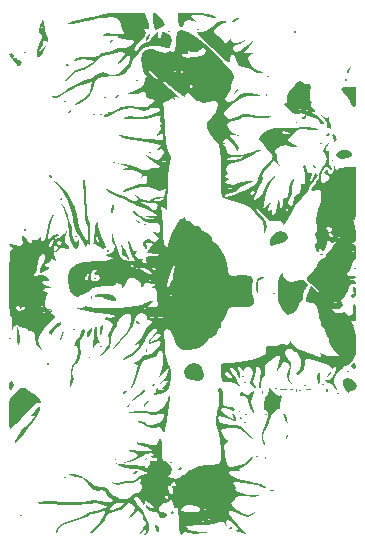
<source format=gbo>
G04 #@! TF.GenerationSoftware,KiCad,Pcbnew,8.0.1*
G04 #@! TF.CreationDate,2024-12-01T21:33:56-08:00*
G04 #@! TF.ProjectId,ledFlicker,6c656446-6c69-4636-9b65-722e6b696361,rev?*
G04 #@! TF.SameCoordinates,Original*
G04 #@! TF.FileFunction,Legend,Bot*
G04 #@! TF.FilePolarity,Positive*
%FSLAX46Y46*%
G04 Gerber Fmt 4.6, Leading zero omitted, Abs format (unit mm)*
G04 Created by KiCad (PCBNEW 8.0.1) date 2024-12-01 21:33:56*
%MOMM*%
%LPD*%
G01*
G04 APERTURE LIST*
%ADD10C,0.000000*%
G04 APERTURE END LIST*
D10*
G36*
X147075646Y-57235203D02*
G01*
X146995266Y-57315582D01*
X146914887Y-57235203D01*
X146995266Y-57154823D01*
X147075646Y-57235203D01*
G37*
G36*
X148040203Y-72185836D02*
G01*
X147959823Y-72266215D01*
X147879443Y-72185836D01*
X147959823Y-72105456D01*
X148040203Y-72185836D01*
G37*
G36*
X148361722Y-32960519D02*
G01*
X148281342Y-33040899D01*
X148200962Y-32960519D01*
X148281342Y-32880139D01*
X148361722Y-32960519D01*
G37*
G36*
X151737671Y-37140266D02*
G01*
X151657292Y-37220646D01*
X151576912Y-37140266D01*
X151657292Y-37059886D01*
X151737671Y-37140266D01*
G37*
G36*
X151737671Y-68970646D02*
G01*
X151657292Y-69051025D01*
X151576912Y-68970646D01*
X151657292Y-68890266D01*
X151737671Y-68970646D01*
G37*
G36*
X152541469Y-56431405D02*
G01*
X152461089Y-56511785D01*
X152380709Y-56431405D01*
X152461089Y-56351025D01*
X152541469Y-56431405D01*
G37*
G36*
X152541469Y-58682038D02*
G01*
X152461089Y-58762418D01*
X152380709Y-58682038D01*
X152461089Y-58601658D01*
X152541469Y-58682038D01*
G37*
G36*
X152702228Y-48554190D02*
G01*
X152621849Y-48634570D01*
X152541469Y-48554190D01*
X152621849Y-48473810D01*
X152702228Y-48554190D01*
G37*
G36*
X153827545Y-58842798D02*
G01*
X153747165Y-58923177D01*
X153666785Y-58842798D01*
X153747165Y-58762418D01*
X153827545Y-58842798D01*
G37*
G36*
X154309823Y-52090899D02*
G01*
X154229443Y-52171279D01*
X154149064Y-52090899D01*
X154229443Y-52010519D01*
X154309823Y-52090899D01*
G37*
G36*
X154792102Y-38265582D02*
G01*
X154711722Y-38345962D01*
X154631342Y-38265582D01*
X154711722Y-38185203D01*
X154792102Y-38265582D01*
G37*
G36*
X154792102Y-57878241D02*
G01*
X154711722Y-57958620D01*
X154631342Y-57878241D01*
X154711722Y-57797861D01*
X154792102Y-57878241D01*
G37*
G36*
X155113621Y-36818747D02*
G01*
X155033241Y-36899127D01*
X154952861Y-36818747D01*
X155033241Y-36738367D01*
X155113621Y-36818747D01*
G37*
G36*
X155917418Y-42284570D02*
G01*
X155837038Y-42364949D01*
X155756659Y-42284570D01*
X155837038Y-42204190D01*
X155917418Y-42284570D01*
G37*
G36*
X156399697Y-53859253D02*
G01*
X156319317Y-53939633D01*
X156238937Y-53859253D01*
X156319317Y-53778874D01*
X156399697Y-53859253D01*
G37*
G36*
X157846532Y-35371912D02*
G01*
X157766152Y-35452291D01*
X157685773Y-35371912D01*
X157766152Y-35291532D01*
X157846532Y-35371912D01*
G37*
G36*
X158489570Y-47589633D02*
G01*
X158409190Y-47670013D01*
X158328811Y-47589633D01*
X158409190Y-47509253D01*
X158489570Y-47589633D01*
G37*
G36*
X158971849Y-41480772D02*
G01*
X158891469Y-41561152D01*
X158811089Y-41480772D01*
X158891469Y-41400393D01*
X158971849Y-41480772D01*
G37*
G36*
X160579443Y-31192165D02*
G01*
X160499064Y-31272544D01*
X160418684Y-31192165D01*
X160499064Y-31111785D01*
X160579443Y-31192165D01*
G37*
G36*
X160740203Y-67684570D02*
G01*
X160659823Y-67764950D01*
X160579443Y-67684570D01*
X160659823Y-67604190D01*
X160740203Y-67684570D01*
G37*
G36*
X162990836Y-31031405D02*
G01*
X162910456Y-31111785D01*
X162830076Y-31031405D01*
X162910456Y-30951025D01*
X162990836Y-31031405D01*
G37*
G36*
X165241469Y-40676975D02*
G01*
X165161089Y-40757355D01*
X165080709Y-40676975D01*
X165161089Y-40596595D01*
X165241469Y-40676975D01*
G37*
G36*
X166527545Y-63344063D02*
G01*
X166447165Y-63424443D01*
X166366785Y-63344063D01*
X166447165Y-63263684D01*
X166527545Y-63344063D01*
G37*
G36*
X166849064Y-60450393D02*
G01*
X166768684Y-60530772D01*
X166688304Y-60450393D01*
X166768684Y-60370013D01*
X166849064Y-60450393D01*
G37*
G36*
X167009823Y-60932671D02*
G01*
X166929443Y-61013051D01*
X166849064Y-60932671D01*
X166929443Y-60852291D01*
X167009823Y-60932671D01*
G37*
G36*
X167009823Y-64308620D02*
G01*
X166929443Y-64389000D01*
X166849064Y-64308620D01*
X166929443Y-64228241D01*
X167009823Y-64308620D01*
G37*
G36*
X167974380Y-67202291D02*
G01*
X167894000Y-67282671D01*
X167813621Y-67202291D01*
X167894000Y-67121912D01*
X167974380Y-67202291D01*
G37*
G36*
X168778178Y-63665582D02*
G01*
X168697798Y-63745962D01*
X168617418Y-63665582D01*
X168697798Y-63585203D01*
X168778178Y-63665582D01*
G37*
G36*
X168938937Y-35050393D02*
G01*
X168858557Y-35130772D01*
X168778178Y-35050393D01*
X168858557Y-34970013D01*
X168938937Y-35050393D01*
G37*
G36*
X169421216Y-53376975D02*
G01*
X169340836Y-53457355D01*
X169260456Y-53376975D01*
X169340836Y-53296595D01*
X169421216Y-53376975D01*
G37*
G36*
X169581975Y-61414949D02*
G01*
X169501595Y-61495329D01*
X169421216Y-61414949D01*
X169501595Y-61334570D01*
X169581975Y-61414949D01*
G37*
G36*
X171350330Y-38908620D02*
G01*
X171269950Y-38989000D01*
X171189570Y-38908620D01*
X171269950Y-38828241D01*
X171350330Y-38908620D01*
G37*
G36*
X171671849Y-61575709D02*
G01*
X171591469Y-61656089D01*
X171511089Y-61575709D01*
X171591469Y-61495329D01*
X171671849Y-61575709D01*
G37*
G36*
X173440203Y-40676975D02*
G01*
X173359823Y-40757355D01*
X173279443Y-40676975D01*
X173359823Y-40596595D01*
X173440203Y-40676975D01*
G37*
G36*
X173600962Y-61093431D02*
G01*
X173520583Y-61173810D01*
X173440203Y-61093431D01*
X173520583Y-61013051D01*
X173600962Y-61093431D01*
G37*
G36*
X174404760Y-42123810D02*
G01*
X174324380Y-42204190D01*
X174244000Y-42123810D01*
X174324380Y-42043431D01*
X174404760Y-42123810D01*
G37*
G36*
X174887038Y-61897228D02*
G01*
X174806659Y-61977608D01*
X174726279Y-61897228D01*
X174806659Y-61816848D01*
X174887038Y-61897228D01*
G37*
G36*
X175690836Y-59968114D02*
G01*
X175610456Y-60048494D01*
X175530076Y-59968114D01*
X175610456Y-59887734D01*
X175690836Y-59968114D01*
G37*
G36*
X176333874Y-51287101D02*
G01*
X176253494Y-51367481D01*
X176173114Y-51287101D01*
X176253494Y-51206722D01*
X176333874Y-51287101D01*
G37*
G36*
X148361722Y-47991532D02*
G01*
X148350120Y-48076637D01*
X148254549Y-48098705D01*
X148235309Y-48075143D01*
X148254549Y-47884359D01*
X148302903Y-47859208D01*
X148361722Y-47991532D01*
G37*
G36*
X150290836Y-59405456D02*
G01*
X150279234Y-59490561D01*
X150183663Y-59512629D01*
X150164423Y-59489067D01*
X150183663Y-59298283D01*
X150232016Y-59273133D01*
X150290836Y-59405456D01*
G37*
G36*
X151416152Y-45419380D02*
G01*
X151404551Y-45504485D01*
X151308979Y-45526553D01*
X151289740Y-45502991D01*
X151308979Y-45312207D01*
X151357333Y-45287057D01*
X151416152Y-45419380D01*
G37*
G36*
X151967707Y-34029514D02*
G01*
X152015651Y-34102581D01*
X151958777Y-34134438D01*
X151707529Y-34115273D01*
X151633119Y-34057408D01*
X151804654Y-34018147D01*
X151967707Y-34029514D01*
G37*
G36*
X153988304Y-53778874D02*
G01*
X153976703Y-53863979D01*
X153881131Y-53886047D01*
X153861891Y-53862484D01*
X153881131Y-53671701D01*
X153929485Y-53646550D01*
X153988304Y-53778874D01*
G37*
G36*
X154234169Y-38196804D02*
G01*
X154256237Y-38292376D01*
X154232675Y-38311615D01*
X154041891Y-38292376D01*
X154016740Y-38244022D01*
X154149064Y-38185203D01*
X154234169Y-38196804D01*
G37*
G36*
X155359486Y-49771488D02*
G01*
X155381553Y-49867059D01*
X155357991Y-49886299D01*
X155167207Y-49867059D01*
X155142057Y-49818706D01*
X155274380Y-49759886D01*
X155359486Y-49771488D01*
G37*
G36*
X156002524Y-67455032D02*
G01*
X156024591Y-67550604D01*
X156001029Y-67569843D01*
X155810245Y-67550604D01*
X155785095Y-67502250D01*
X155917418Y-67443431D01*
X156002524Y-67455032D01*
G37*
G36*
X158637638Y-58186363D02*
G01*
X158626271Y-58349415D01*
X158553204Y-58397360D01*
X158521348Y-58340485D01*
X158540512Y-58089237D01*
X158598377Y-58014827D01*
X158637638Y-58186363D01*
G37*
G36*
X160986068Y-36910728D02*
G01*
X161008135Y-37006300D01*
X160984573Y-37025539D01*
X160793789Y-37006300D01*
X160768639Y-36957946D01*
X160900962Y-36899127D01*
X160986068Y-36910728D01*
G37*
G36*
X165808853Y-73242374D02*
G01*
X165830920Y-73337945D01*
X165807358Y-73357185D01*
X165616574Y-73337945D01*
X165591424Y-73289592D01*
X165723747Y-73230772D01*
X165808853Y-73242374D01*
G37*
G36*
X166612650Y-63918323D02*
G01*
X166634718Y-64013895D01*
X166611156Y-64033134D01*
X166420372Y-64013895D01*
X166395221Y-63965541D01*
X166527545Y-63906722D01*
X166612650Y-63918323D01*
G37*
G36*
X167094929Y-63596804D02*
G01*
X167116996Y-63692376D01*
X167093434Y-63711615D01*
X166902650Y-63692376D01*
X166877500Y-63644022D01*
X167009823Y-63585203D01*
X167094929Y-63596804D01*
G37*
G36*
X168456659Y-61816848D02*
G01*
X168445057Y-61901954D01*
X168349486Y-61924021D01*
X168330246Y-61900459D01*
X168349486Y-61709675D01*
X168397839Y-61684525D01*
X168456659Y-61816848D01*
G37*
G36*
X168702524Y-67294273D02*
G01*
X168724591Y-67389844D01*
X168701029Y-67409084D01*
X168510245Y-67389844D01*
X168485095Y-67341490D01*
X168617418Y-67282671D01*
X168702524Y-67294273D01*
G37*
G36*
X168778178Y-36577608D02*
G01*
X168766576Y-36662713D01*
X168671005Y-36684781D01*
X168651765Y-36661219D01*
X168671005Y-36470435D01*
X168719358Y-36445284D01*
X168778178Y-36577608D01*
G37*
G36*
X169329732Y-70039641D02*
G01*
X169377677Y-70112708D01*
X169320802Y-70144564D01*
X169069554Y-70125399D01*
X168995144Y-70067535D01*
X169166680Y-70028274D01*
X169329732Y-70039641D01*
G37*
G36*
X170521149Y-65514317D02*
G01*
X170498740Y-65735461D01*
X170440064Y-65715266D01*
X170418831Y-65642498D01*
X170440064Y-65313367D01*
X170495885Y-65286098D01*
X170521149Y-65514317D01*
G37*
G36*
X170953157Y-61506931D02*
G01*
X170975224Y-61602502D01*
X170951662Y-61621742D01*
X170760878Y-61602502D01*
X170735728Y-61554149D01*
X170868051Y-61495329D01*
X170953157Y-61506931D01*
G37*
G36*
X171189570Y-31272544D02*
G01*
X171177968Y-31357650D01*
X171082397Y-31379717D01*
X171063157Y-31356155D01*
X171082397Y-31165371D01*
X171130751Y-31140221D01*
X171189570Y-31272544D01*
G37*
G36*
X171350330Y-61656089D02*
G01*
X171338728Y-61741194D01*
X171243157Y-61763262D01*
X171223917Y-61739700D01*
X171243157Y-61548916D01*
X171291510Y-61523765D01*
X171350330Y-61656089D01*
G37*
G36*
X172078473Y-61185412D02*
G01*
X172100541Y-61280983D01*
X172076978Y-61300223D01*
X171886195Y-61280983D01*
X171861044Y-61232630D01*
X171993368Y-61173810D01*
X172078473Y-61185412D01*
G37*
G36*
X172536031Y-61543121D02*
G01*
X172515836Y-61601797D01*
X172443068Y-61623030D01*
X172113937Y-61601797D01*
X172086667Y-61545976D01*
X172314886Y-61520712D01*
X172536031Y-61543121D01*
G37*
G36*
X173509479Y-50105464D02*
G01*
X173557423Y-50178531D01*
X173500549Y-50210387D01*
X173249301Y-50191222D01*
X173174891Y-50133357D01*
X173346427Y-50094097D01*
X173509479Y-50105464D01*
G37*
G36*
X173909790Y-61562312D02*
G01*
X173898423Y-61725365D01*
X173825356Y-61773309D01*
X173793500Y-61716435D01*
X173812664Y-61465187D01*
X173870529Y-61390777D01*
X173909790Y-61562312D01*
G37*
G36*
X175530076Y-35291532D02*
G01*
X175518475Y-35376637D01*
X175422903Y-35398705D01*
X175403664Y-35375143D01*
X175422903Y-35184359D01*
X175471257Y-35159208D01*
X175530076Y-35291532D01*
G37*
G36*
X150426757Y-43394535D02*
G01*
X150459482Y-43415893D01*
X150607537Y-43574733D01*
X150541463Y-43651025D01*
X150505304Y-43636655D01*
X150355864Y-43465427D01*
X150316750Y-43375587D01*
X150426757Y-43394535D01*
G37*
G36*
X157085604Y-62962113D02*
G01*
X156967402Y-63053845D01*
X156797341Y-63071877D01*
X156798755Y-62999473D01*
X156995611Y-62872121D01*
X157026111Y-62860676D01*
X157187194Y-62826946D01*
X157085604Y-62962113D01*
G37*
G36*
X157728642Y-68588695D02*
G01*
X157610440Y-68680427D01*
X157440379Y-68698459D01*
X157441793Y-68626056D01*
X157638649Y-68498703D01*
X157669148Y-68487259D01*
X157830232Y-68453529D01*
X157728642Y-68588695D01*
G37*
G36*
X157893655Y-47278450D02*
G01*
X158043682Y-47358622D01*
X158091925Y-47478206D01*
X158014437Y-47495423D01*
X157803663Y-47368442D01*
X157782892Y-47347270D01*
X157705843Y-47229505D01*
X157893655Y-47278450D01*
G37*
G36*
X158634191Y-62733904D02*
G01*
X158471658Y-62951418D01*
X158344465Y-63011406D01*
X158365678Y-62892198D01*
X158557294Y-62657008D01*
X158719880Y-62505019D01*
X158771470Y-62492673D01*
X158634191Y-62733904D01*
G37*
G36*
X172772326Y-42590738D02*
G01*
X172805051Y-42612095D01*
X172953106Y-42770935D01*
X172887032Y-42847228D01*
X172850873Y-42832858D01*
X172701434Y-42661630D01*
X172662319Y-42571790D01*
X172772326Y-42590738D01*
G37*
G36*
X176333874Y-59584657D02*
G01*
X176295045Y-59771977D01*
X176142972Y-59850894D01*
X175979401Y-59755266D01*
X175903601Y-59534040D01*
X176085940Y-59349928D01*
X176262372Y-59345296D01*
X176333874Y-59584657D01*
G37*
G36*
X151554314Y-56672544D02*
G01*
X151531052Y-56860177D01*
X151416152Y-57235203D01*
X151319213Y-57405105D01*
X151277991Y-57315582D01*
X151301253Y-57127950D01*
X151416152Y-56752924D01*
X151513092Y-56583022D01*
X151554314Y-56672544D01*
G37*
G36*
X152219950Y-37925088D02*
G01*
X152212716Y-37953353D01*
X152059190Y-38104823D01*
X152002273Y-38134766D01*
X151898431Y-38123798D01*
X151905665Y-38095533D01*
X152059190Y-37944063D01*
X152116108Y-37914120D01*
X152219950Y-37925088D01*
G37*
G36*
X153939092Y-56374609D02*
G01*
X153962166Y-56566042D01*
X153752278Y-56923148D01*
X153591993Y-57084020D01*
X153511138Y-57047401D01*
X153540510Y-56799396D01*
X153671445Y-56487172D01*
X153844744Y-56351025D01*
X153939092Y-56374609D01*
G37*
G36*
X154918948Y-56122345D02*
G01*
X154920587Y-56358602D01*
X154792102Y-56752924D01*
X154719641Y-56908326D01*
X154662124Y-56923577D01*
X154642641Y-56641842D01*
X154676093Y-56328803D01*
X154792102Y-56109886D01*
X154918948Y-56122345D01*
G37*
G36*
X155756659Y-31976987D02*
G01*
X155749425Y-32005252D01*
X155595899Y-32156722D01*
X155538982Y-32186665D01*
X155435140Y-32175697D01*
X155442373Y-32147432D01*
X155595899Y-31995962D01*
X155652816Y-31966019D01*
X155756659Y-31976987D01*
G37*
G36*
X156238937Y-36639012D02*
G01*
X156231703Y-36667277D01*
X156078178Y-36818747D01*
X156021260Y-36848690D01*
X155917418Y-36837722D01*
X155924652Y-36809457D01*
X156078178Y-36657987D01*
X156135095Y-36628044D01*
X156238937Y-36639012D01*
G37*
G36*
X156757597Y-61657932D02*
G01*
X156881975Y-61726981D01*
X156874578Y-61752768D01*
X156721216Y-61897228D01*
X156658943Y-61922347D01*
X156560456Y-61826336D01*
X156566634Y-61779673D01*
X156721216Y-61656089D01*
X156757597Y-61657932D01*
G37*
G36*
X157894642Y-55821363D02*
G01*
X158007292Y-55958614D01*
X158003112Y-55974658D01*
X157846532Y-56029506D01*
X157802470Y-56022964D01*
X157685773Y-55859259D01*
X157698395Y-55801113D01*
X157846532Y-55788367D01*
X157894642Y-55821363D01*
G37*
G36*
X158650330Y-67344076D02*
G01*
X158643096Y-67372340D01*
X158489570Y-67523810D01*
X158432653Y-67553754D01*
X158328811Y-67542785D01*
X158336044Y-67514521D01*
X158489570Y-67363051D01*
X158546487Y-67333107D01*
X158650330Y-67344076D01*
G37*
G36*
X158887610Y-31514975D02*
G01*
X158803720Y-31768591D01*
X158671184Y-31967869D01*
X158553141Y-32032740D01*
X158545659Y-32024053D01*
X158542703Y-31814540D01*
X158666596Y-31558283D01*
X158833945Y-31433304D01*
X158887610Y-31514975D01*
G37*
G36*
X159293368Y-61074455D02*
G01*
X159286134Y-61102720D01*
X159132608Y-61254190D01*
X159075691Y-61284133D01*
X158971849Y-61273165D01*
X158979082Y-61244900D01*
X159132608Y-61093431D01*
X159189525Y-61063487D01*
X159293368Y-61074455D01*
G37*
G36*
X160900962Y-71935209D02*
G01*
X160894785Y-71981872D01*
X160740203Y-72105456D01*
X160703822Y-72103613D01*
X160579443Y-72034564D01*
X160586841Y-72008776D01*
X160740203Y-71864317D01*
X160802475Y-71839197D01*
X160900962Y-71935209D01*
G37*
G36*
X161544000Y-68237740D02*
G01*
X161537823Y-68284403D01*
X161383241Y-68407987D01*
X161346860Y-68406144D01*
X161222481Y-68337095D01*
X161229879Y-68311308D01*
X161383241Y-68166848D01*
X161445513Y-68141729D01*
X161544000Y-68237740D01*
G37*
G36*
X166334299Y-36097969D02*
G01*
X166335386Y-36202708D01*
X166085456Y-36437354D01*
X165968976Y-36527158D01*
X165885728Y-36567077D01*
X166024761Y-36376658D01*
X166171897Y-36205188D01*
X166306090Y-36095329D01*
X166334299Y-36097969D01*
G37*
G36*
X166366785Y-30128666D02*
G01*
X166365014Y-30144340D01*
X166221784Y-30302653D01*
X165971683Y-30426420D01*
X165788429Y-30426256D01*
X165828234Y-30349894D01*
X166052577Y-30179970D01*
X166255421Y-30087758D01*
X166366785Y-30128666D01*
G37*
G36*
X170434366Y-61548002D02*
G01*
X170429022Y-61600777D01*
X170296927Y-61630269D01*
X169946744Y-61606734D01*
X169919103Y-61598779D01*
X169895303Y-61549850D01*
X170144633Y-61526669D01*
X170182704Y-61526448D01*
X170434366Y-61548002D01*
G37*
G36*
X172066399Y-38358348D02*
G01*
X172073747Y-38506722D01*
X172040895Y-38550166D01*
X171813633Y-38667481D01*
X171759577Y-38655095D01*
X171752228Y-38506722D01*
X171785080Y-38463277D01*
X172012343Y-38345962D01*
X172066399Y-38358348D01*
G37*
G36*
X174211514Y-60051133D02*
G01*
X174212601Y-60155873D01*
X173962671Y-60390519D01*
X173846192Y-60480322D01*
X173762943Y-60520242D01*
X173901976Y-60329823D01*
X174049113Y-60158353D01*
X174183305Y-60048494D01*
X174211514Y-60051133D01*
G37*
G36*
X174083241Y-39944070D02*
G01*
X174077063Y-39990732D01*
X173922481Y-40114317D01*
X173886100Y-40112473D01*
X173761722Y-40043424D01*
X173769119Y-40017637D01*
X173922481Y-39873177D01*
X173984754Y-39848058D01*
X174083241Y-39944070D01*
G37*
G36*
X175846672Y-34246595D02*
G01*
X175826868Y-34355426D01*
X175690836Y-34648494D01*
X175601337Y-34757630D01*
X175535000Y-34728874D01*
X175554803Y-34620042D01*
X175690836Y-34326975D01*
X175780335Y-34217839D01*
X175846672Y-34246595D01*
G37*
G36*
X147289992Y-60959464D02*
G01*
X147310256Y-60980782D01*
X147380734Y-61219208D01*
X147156026Y-61495329D01*
X147058167Y-61568216D01*
X146942017Y-61556801D01*
X146914887Y-61273874D01*
X146937217Y-61041949D01*
X147067981Y-60855367D01*
X147289992Y-60959464D01*
G37*
G36*
X147783675Y-56672544D02*
G01*
X147888692Y-57137420D01*
X147844747Y-57516532D01*
X147761081Y-57675206D01*
X147672838Y-57796604D01*
X147657456Y-57730564D01*
X147632554Y-57424155D01*
X147611766Y-56952617D01*
X147585227Y-56109886D01*
X147783675Y-56672544D01*
G37*
G36*
X159514364Y-73103018D02*
G01*
X159619457Y-73246609D01*
X159652751Y-73524734D01*
X159564865Y-73659005D01*
X159434217Y-73525580D01*
X159379761Y-73422673D01*
X159295829Y-73103864D01*
X159295783Y-73099071D01*
X159337793Y-72977107D01*
X159514364Y-73103018D01*
G37*
G36*
X155844937Y-45902890D02*
G01*
X155811526Y-46255376D01*
X155753091Y-46537032D01*
X155668013Y-46813021D01*
X155614490Y-46774944D01*
X155595899Y-46420218D01*
X155595901Y-46417800D01*
X155642664Y-46037688D01*
X155754238Y-45822775D01*
X155767937Y-45815513D01*
X155844937Y-45902890D01*
G37*
G36*
X170318758Y-63662318D02*
G01*
X170431900Y-63987101D01*
X170479860Y-64181379D01*
X170527884Y-64358298D01*
X170527399Y-64368719D01*
X170404968Y-64320484D01*
X170292686Y-64160802D01*
X170183791Y-63816528D01*
X170162553Y-63629272D01*
X170211414Y-63530968D01*
X170318758Y-63662318D01*
G37*
G36*
X175585574Y-41299403D02*
G01*
X175744091Y-41353362D01*
X175981206Y-41563056D01*
X175942516Y-41799033D01*
X175623171Y-41974224D01*
X175144457Y-42031976D01*
X174783874Y-41948607D01*
X174645899Y-41737231D01*
X174783648Y-41446564D01*
X175130775Y-41284516D01*
X175585574Y-41299403D01*
G37*
G36*
X173180485Y-60054613D02*
G01*
X173257099Y-60233072D01*
X173275999Y-60557638D01*
X173238808Y-60885997D01*
X173147151Y-61075837D01*
X173128228Y-61081841D01*
X173051577Y-60946987D01*
X173026581Y-60603519D01*
X173028819Y-60537827D01*
X173075639Y-60190696D01*
X173158874Y-60048967D01*
X173180485Y-60054613D01*
G37*
G36*
X156811941Y-49873837D02*
G01*
X156911762Y-50048633D01*
X157068215Y-50389886D01*
X157088666Y-50562727D01*
X157044159Y-50578187D01*
X156926949Y-50443114D01*
X156887654Y-50369616D01*
X156667629Y-50241798D01*
X156663879Y-50241694D01*
X156528711Y-50095080D01*
X156462672Y-49753857D01*
X156445268Y-49266283D01*
X156811941Y-49873837D01*
G37*
G36*
X158404481Y-61690771D02*
G01*
X158370197Y-61754162D01*
X158107820Y-62023056D01*
X157711606Y-62295425D01*
X157511882Y-62407909D01*
X157280115Y-62530902D01*
X157292442Y-62496069D01*
X157525013Y-62304579D01*
X157872832Y-62012248D01*
X158217888Y-61699924D01*
X158360777Y-61565570D01*
X158456888Y-61514866D01*
X158404481Y-61690771D01*
G37*
G36*
X174439801Y-39968110D02*
G01*
X174619811Y-40154506D01*
X174651766Y-40233642D01*
X174713587Y-40386158D01*
X174699091Y-40410981D01*
X174525330Y-40532502D01*
X174440071Y-40572831D01*
X174443555Y-40516591D01*
X174479230Y-40416737D01*
X174383681Y-40169298D01*
X174299679Y-40039702D01*
X174371679Y-39953557D01*
X174439801Y-39968110D01*
G37*
G36*
X163025718Y-59421080D02*
G01*
X163312575Y-59781302D01*
X163460013Y-60327382D01*
X163370366Y-60677308D01*
X163031422Y-60826784D01*
X162436028Y-60783991D01*
X162386550Y-60773874D01*
X161934016Y-60559760D01*
X161747247Y-60203860D01*
X161852148Y-59751960D01*
X161859913Y-59737735D01*
X162194733Y-59397193D01*
X162618219Y-59292343D01*
X163025718Y-59421080D01*
G37*
G36*
X176164469Y-52814356D02*
G01*
X176284188Y-52958021D01*
X176333874Y-53296595D01*
X176284176Y-53635086D01*
X176092735Y-53778874D01*
X175981804Y-53760737D01*
X175851595Y-53618114D01*
X175858424Y-53573294D01*
X176023188Y-53457355D01*
X176108110Y-53394730D01*
X176092735Y-53135836D01*
X176063834Y-52939472D01*
X176162281Y-52814317D01*
X176164469Y-52814356D01*
G37*
G36*
X151331960Y-55881537D02*
G01*
X151293397Y-56008259D01*
X151054443Y-56242276D01*
X151010110Y-56279716D01*
X150727781Y-56584205D01*
X150612355Y-56831305D01*
X150573746Y-56973195D01*
X150411405Y-56854273D01*
X150333478Y-56742037D01*
X150378226Y-56545930D01*
X150661509Y-56259463D01*
X150723776Y-56207080D01*
X151064995Y-55968477D01*
X151304547Y-55874528D01*
X151331960Y-55881537D01*
G37*
G36*
X170222177Y-48187081D02*
G01*
X170440064Y-48353241D01*
X170470370Y-48432625D01*
X170524878Y-48746555D01*
X170393489Y-48973607D01*
X170031757Y-49155498D01*
X169395237Y-49333944D01*
X169168913Y-49377377D01*
X169013866Y-49308667D01*
X169014546Y-49007498D01*
X169112823Y-48682235D01*
X169352580Y-48364964D01*
X169449852Y-48302852D01*
X169849216Y-48170747D01*
X170222177Y-48187081D01*
G37*
G36*
X176333874Y-36818747D02*
G01*
X176332970Y-36928339D01*
X176286925Y-37450842D01*
X176177061Y-37670677D01*
X176011477Y-37582372D01*
X175798275Y-37180456D01*
X175789652Y-37160135D01*
X175559693Y-36737196D01*
X175313839Y-36437354D01*
X175201820Y-36336966D01*
X175064244Y-36107769D01*
X175225134Y-35976459D01*
X175690836Y-35934570D01*
X176333874Y-35934570D01*
X176333874Y-36818747D01*
G37*
G36*
X168540238Y-52030157D02*
G01*
X168573073Y-52071391D01*
X168315453Y-52183922D01*
X168106383Y-52293282D01*
X167993814Y-52503999D01*
X168024601Y-52900752D01*
X168036606Y-52981830D01*
X168045664Y-53301830D01*
X167964858Y-53371090D01*
X167941789Y-53352966D01*
X167835961Y-53087710D01*
X167823444Y-52677148D01*
X167911200Y-52264806D01*
X168034980Y-52117169D01*
X168353288Y-52020709D01*
X168540238Y-52030157D01*
G37*
G36*
X175926037Y-60659575D02*
G01*
X175998404Y-60697541D01*
X176258503Y-60961572D01*
X176353507Y-61278377D01*
X176274448Y-61544401D01*
X176012355Y-61656089D01*
X175825092Y-61693472D01*
X175690836Y-61854530D01*
X175680496Y-61886668D01*
X175572318Y-61794353D01*
X175384406Y-61492821D01*
X175217085Y-61152764D01*
X175177230Y-60899589D01*
X175298088Y-60703212D01*
X175339537Y-60662506D01*
X175578950Y-60556320D01*
X175926037Y-60659575D01*
G37*
G36*
X154420305Y-56297286D02*
G01*
X154403261Y-56632355D01*
X154381613Y-56985777D01*
X154468406Y-57315582D01*
X154572816Y-57481025D01*
X154606745Y-57609140D01*
X154444624Y-57596912D01*
X154284963Y-57674387D01*
X154125371Y-57958620D01*
X154059898Y-58128289D01*
X154035860Y-58073443D01*
X154069181Y-57717481D01*
X154077820Y-57641984D01*
X154126493Y-57092716D01*
X154147294Y-56632355D01*
X154196115Y-56328952D01*
X154322596Y-56190266D01*
X154420305Y-56297286D01*
G37*
G36*
X155321836Y-53486147D02*
G01*
X155701832Y-53561938D01*
X155899071Y-53740380D01*
X155977041Y-53907978D01*
X155997236Y-54074161D01*
X155976001Y-54087031D01*
X155742833Y-54085432D01*
X155399273Y-54006946D01*
X155088292Y-53891810D01*
X154952861Y-53780256D01*
X154851677Y-53702815D01*
X154550962Y-53690543D01*
X154285241Y-53690142D01*
X154149064Y-53617010D01*
X154201362Y-53574034D01*
X154489933Y-53513019D01*
X154946572Y-53481393D01*
X155321836Y-53486147D01*
G37*
G36*
X159498881Y-29725432D02*
G01*
X159695266Y-29986468D01*
X159785692Y-30175149D01*
X159956726Y-30307987D01*
X160010207Y-30320340D01*
X160016785Y-30468747D01*
X159994674Y-30540229D01*
X160127867Y-30635203D01*
X160175778Y-30654188D01*
X160093751Y-30760555D01*
X159864718Y-30910068D01*
X159584707Y-31044617D01*
X159349745Y-31106088D01*
X159295140Y-31079922D01*
X159179654Y-30829565D01*
X159107447Y-30388367D01*
X159091953Y-29942344D01*
X159155298Y-29721468D01*
X159321566Y-29664950D01*
X159498881Y-29725432D01*
G37*
G36*
X147287176Y-33126264D02*
G01*
X147321880Y-33326730D01*
X147305215Y-33468801D01*
X147484071Y-33462538D01*
X147626319Y-33432003D01*
X147620282Y-33552338D01*
X147586812Y-33652741D01*
X147739812Y-33648539D01*
X147890253Y-33641712D01*
X147997332Y-33862359D01*
X147969984Y-34037166D01*
X147762279Y-34166215D01*
X147642080Y-34150957D01*
X147606059Y-34064494D01*
X147610960Y-34058574D01*
X147556077Y-33893626D01*
X147311334Y-33650927D01*
X147001755Y-33361358D01*
X146939020Y-33162888D01*
X147162944Y-33094485D01*
X147287176Y-33126264D01*
G37*
G36*
X173557008Y-38395979D02*
G01*
X173630314Y-38458136D01*
X173859808Y-38584937D01*
X173987971Y-38476359D01*
X174036744Y-38428763D01*
X174019694Y-38627291D01*
X174010391Y-38856638D01*
X174098291Y-38989000D01*
X174186465Y-39068675D01*
X174231309Y-39350709D01*
X174202543Y-39538908D01*
X174137199Y-39510467D01*
X174085271Y-39433909D01*
X173883912Y-39414736D01*
X173802600Y-39446533D01*
X173836196Y-39320075D01*
X173848296Y-39294760D01*
X173813981Y-39008815D01*
X173592614Y-38612008D01*
X173541819Y-38541776D01*
X173360045Y-38278244D01*
X173366629Y-38238871D01*
X173557008Y-38395979D01*
G37*
G36*
X151559930Y-46062418D02*
G01*
X151794725Y-46436586D01*
X151900553Y-46785836D01*
X151955970Y-47080246D01*
X152123821Y-47493519D01*
X152243432Y-47818621D01*
X152257372Y-48187310D01*
X152258552Y-48492580D01*
X152392960Y-48898599D01*
X152515701Y-49111819D01*
X152626323Y-49185935D01*
X152724691Y-49008605D01*
X152765783Y-48906869D01*
X152830575Y-48815896D01*
X152849227Y-49036468D01*
X152835194Y-49233987D01*
X152732575Y-49555528D01*
X152616658Y-49645973D01*
X152420009Y-49559284D01*
X152228571Y-49277353D01*
X152085407Y-48870746D01*
X152033575Y-48410030D01*
X152033917Y-48385953D01*
X151895359Y-47303443D01*
X151462631Y-46142798D01*
X151228578Y-45660519D01*
X151559930Y-46062418D01*
G37*
G36*
X167665414Y-61657372D02*
G01*
X167703858Y-61801679D01*
X167571731Y-62139819D01*
X167566372Y-62150229D01*
X167414303Y-62588210D01*
X167487223Y-62933048D01*
X167579982Y-63145661D01*
X167647165Y-63454064D01*
X167646990Y-63459240D01*
X167593287Y-63527385D01*
X167477049Y-63379811D01*
X167340591Y-63102249D01*
X167226229Y-62780427D01*
X167176279Y-62500076D01*
X167158620Y-62366093D01*
X166946677Y-62136458D01*
X166493140Y-62117401D01*
X166447180Y-62087896D01*
X166475322Y-61881820D01*
X166544072Y-61767885D01*
X166670486Y-61774905D01*
X166912097Y-61975616D01*
X167203500Y-62024726D01*
X167393372Y-61887077D01*
X167450744Y-61784205D01*
X167651944Y-61656089D01*
X167665414Y-61657372D01*
G37*
G36*
X149571668Y-63033641D02*
G01*
X149578169Y-63318558D01*
X149511924Y-63483409D01*
X149291698Y-63841024D01*
X148964404Y-64305543D01*
X148578532Y-64815187D01*
X148182570Y-65308180D01*
X147825005Y-65722744D01*
X147554324Y-65997102D01*
X147419017Y-66069476D01*
X147442171Y-65939541D01*
X147596684Y-65639090D01*
X147826170Y-65273402D01*
X148066526Y-64943721D01*
X148253649Y-64751290D01*
X148283410Y-64730056D01*
X148532344Y-64500145D01*
X148844000Y-64161895D01*
X149049177Y-63909098D01*
X149103692Y-63775873D01*
X148952772Y-63800082D01*
X148795680Y-63835165D01*
X148813380Y-63730721D01*
X149033152Y-63432820D01*
X149094255Y-63357081D01*
X149353452Y-63071292D01*
X149513072Y-62951059D01*
X149571668Y-63033641D01*
G37*
G36*
X148294606Y-61466159D02*
G01*
X148623012Y-61667005D01*
X149044950Y-61928117D01*
X149201182Y-62034947D01*
X149519739Y-62332349D01*
X149645336Y-62582472D01*
X149621035Y-62738851D01*
X149519973Y-62668431D01*
X149490688Y-62644913D01*
X149273367Y-62729102D01*
X148874026Y-63071220D01*
X148290322Y-63673178D01*
X147961509Y-64022777D01*
X147529785Y-64460456D01*
X147208231Y-64760145D01*
X147049229Y-64871279D01*
X147032666Y-64861725D01*
X146972731Y-64646510D01*
X146930722Y-64205844D01*
X146914887Y-63616738D01*
X146917288Y-63165977D01*
X146943702Y-62686127D01*
X147023820Y-62367852D01*
X147187263Y-62114723D01*
X147463654Y-61830312D01*
X147552320Y-61746844D01*
X147959206Y-61450424D01*
X148227262Y-61425750D01*
X148294606Y-61466159D01*
G37*
G36*
X163169330Y-29701817D02*
G01*
X163761173Y-29767358D01*
X164151336Y-29864940D01*
X164269624Y-29919413D01*
X164454043Y-30048902D01*
X164347124Y-30122114D01*
X164204499Y-30127615D01*
X163906165Y-30001545D01*
X163893844Y-29990731D01*
X163646066Y-29899725D01*
X163251773Y-29842582D01*
X162826764Y-29824723D01*
X162486839Y-29851573D01*
X162347798Y-29928556D01*
X162406717Y-30039898D01*
X162629127Y-30263199D01*
X162756422Y-30370366D01*
X162808311Y-30448622D01*
X162588937Y-30383633D01*
X162588528Y-30383491D01*
X162109699Y-30262930D01*
X161843796Y-30329758D01*
X161732633Y-30598582D01*
X161637033Y-30870334D01*
X161488188Y-30892941D01*
X161342623Y-30681690D01*
X161254023Y-30273091D01*
X161205186Y-29700390D01*
X162447805Y-29681711D01*
X162495071Y-29681145D01*
X163169330Y-29701817D01*
G37*
G36*
X154438680Y-47386609D02*
G01*
X154476037Y-47710203D01*
X154485028Y-47806670D01*
X154596146Y-48231337D01*
X154792102Y-48714950D01*
X154876207Y-48892790D01*
X155040402Y-49268104D01*
X155108166Y-49469070D01*
X155065129Y-49610450D01*
X154866920Y-49665093D01*
X154629873Y-49516977D01*
X154491102Y-49391409D01*
X154200272Y-49277608D01*
X154100843Y-49260709D01*
X154055488Y-49138200D01*
X154087784Y-49035631D01*
X154126872Y-48755139D01*
X154321122Y-48755139D01*
X154349506Y-48981046D01*
X154470583Y-49116848D01*
X154507944Y-49115726D01*
X154620043Y-49076658D01*
X154585385Y-48987660D01*
X154470583Y-48714950D01*
X154402910Y-48562907D01*
X154340009Y-48504687D01*
X154321122Y-48755139D01*
X154126872Y-48755139D01*
X154138411Y-48672332D01*
X154170852Y-48173643D01*
X154196172Y-47857696D01*
X154269719Y-47504437D01*
X154340009Y-47371080D01*
X154360231Y-47332714D01*
X154438680Y-47386609D01*
G37*
G36*
X170139358Y-51699143D02*
G01*
X170167052Y-51945785D01*
X170381800Y-52248063D01*
X170551531Y-52381856D01*
X170840184Y-52464812D01*
X171256802Y-52378093D01*
X171478017Y-52317901D01*
X171809578Y-52305003D01*
X172055616Y-52463184D01*
X172125457Y-52535985D01*
X172224140Y-52743161D01*
X172070461Y-52978707D01*
X171919726Y-53243147D01*
X171832608Y-53670962D01*
X171789787Y-53962021D01*
X171671849Y-54100393D01*
X171598474Y-54126942D01*
X171511089Y-54339694D01*
X171507120Y-54398918D01*
X171332184Y-54778987D01*
X170986962Y-55094214D01*
X170594452Y-55225709D01*
X170532603Y-55219572D01*
X170218384Y-55022237D01*
X169938718Y-54614719D01*
X169743405Y-54089168D01*
X169682245Y-53537734D01*
X169700042Y-53112155D01*
X169722664Y-52563713D01*
X169799388Y-52151212D01*
X169984268Y-51759916D01*
X169984738Y-51759309D01*
X170141494Y-51592774D01*
X170139358Y-51699143D01*
G37*
G36*
X153306513Y-56432379D02*
G01*
X153335221Y-56625841D01*
X153260747Y-56925844D01*
X153094381Y-57232075D01*
X152971320Y-57471486D01*
X152951508Y-57995682D01*
X152993038Y-58435936D01*
X152940638Y-58904752D01*
X152810413Y-59262828D01*
X152626503Y-59405456D01*
X152471386Y-59494945D01*
X152326828Y-59785663D01*
X152274138Y-60143043D01*
X152351469Y-60425580D01*
X152404754Y-60662026D01*
X152294845Y-61090688D01*
X152277103Y-61132568D01*
X152177944Y-61337993D01*
X152128660Y-61331872D01*
X152118901Y-61077732D01*
X152138317Y-60539099D01*
X152162162Y-60179577D01*
X152262146Y-59611546D01*
X152432151Y-59326357D01*
X152535978Y-59207397D01*
X152666844Y-58889523D01*
X152740265Y-58502968D01*
X152748986Y-58142320D01*
X152685753Y-57902169D01*
X152543310Y-57877103D01*
X152458990Y-57872074D01*
X152491925Y-57695514D01*
X152623028Y-57433098D01*
X152813803Y-57183530D01*
X152918911Y-57047398D01*
X153023747Y-56750929D01*
X153034620Y-56664817D01*
X153184507Y-56431405D01*
X153306513Y-56432379D01*
G37*
G36*
X149961476Y-30952950D02*
G01*
X150016758Y-31164651D01*
X150133101Y-31591807D01*
X150206424Y-31835203D01*
X150259556Y-32004696D01*
X150242568Y-32173921D01*
X150049697Y-32076342D01*
X150000082Y-32036570D01*
X149844978Y-31982202D01*
X149808557Y-32207930D01*
X149780039Y-32413600D01*
X149647798Y-32639000D01*
X149604748Y-32671802D01*
X149487038Y-32907436D01*
X149488287Y-32920728D01*
X149593569Y-32908942D01*
X149816509Y-32697000D01*
X150145980Y-32317481D01*
X149898032Y-32829755D01*
X149767498Y-33074905D01*
X149518955Y-33393983D01*
X149342072Y-33442290D01*
X149262248Y-33253369D01*
X149304885Y-32860763D01*
X149495382Y-32298017D01*
X149545981Y-32178437D01*
X149695077Y-31765589D01*
X149706550Y-31527361D01*
X149589664Y-31372828D01*
X149499189Y-31284320D01*
X149449577Y-31073329D01*
X149518271Y-30867415D01*
X149682145Y-30867415D01*
X149701384Y-31058198D01*
X149749738Y-31083349D01*
X149808557Y-30951025D01*
X149796956Y-30865920D01*
X149701384Y-30843852D01*
X149682145Y-30867415D01*
X149518271Y-30867415D01*
X149570181Y-30711811D01*
X149701384Y-30404941D01*
X149775557Y-30231458D01*
X149961476Y-30952950D01*
G37*
G36*
X169052703Y-61456336D02*
G01*
X169279811Y-61724561D01*
X169307440Y-61758585D01*
X169601168Y-62015843D01*
X169844457Y-62072042D01*
X169899827Y-62054884D01*
X170002645Y-62117903D01*
X169959069Y-62421105D01*
X169887177Y-62758310D01*
X169849908Y-63059860D01*
X169844061Y-63136948D01*
X169782734Y-63196511D01*
X169644723Y-63212914D01*
X169411383Y-63393140D01*
X169194982Y-63645416D01*
X169099697Y-63867413D01*
X169068405Y-64010633D01*
X168923115Y-64390405D01*
X168699397Y-64868123D01*
X168561892Y-65162677D01*
X168431176Y-65563009D01*
X168458257Y-65756444D01*
X168533930Y-65836566D01*
X168615048Y-66126652D01*
X168613289Y-66169981D01*
X168554544Y-66231743D01*
X168403968Y-65996595D01*
X168310860Y-65729849D01*
X168319806Y-65343037D01*
X168480152Y-64829000D01*
X168806745Y-64118516D01*
X168877732Y-63905757D01*
X168889776Y-63580352D01*
X168806798Y-63349042D01*
X168650711Y-63323487D01*
X168539571Y-63285493D01*
X168487863Y-63042355D01*
X168499089Y-62698002D01*
X168569234Y-62361342D01*
X168694284Y-62141283D01*
X168823572Y-61984789D01*
X168938937Y-61614725D01*
X168957505Y-61431752D01*
X169052703Y-61456336D01*
G37*
G36*
X160565518Y-62063923D02*
G01*
X160543584Y-62374035D01*
X160483393Y-62891800D01*
X160399871Y-63511796D01*
X160307948Y-64128603D01*
X160222549Y-64636798D01*
X160158602Y-64930961D01*
X160121461Y-65042076D01*
X160034463Y-65151997D01*
X159903781Y-64968032D01*
X159884828Y-64936196D01*
X159662239Y-64770005D01*
X159269091Y-64796231D01*
X158931463Y-64827010D01*
X158518963Y-64659941D01*
X158274458Y-64499583D01*
X157846532Y-64345170D01*
X157645320Y-64302559D01*
X157654095Y-64270835D01*
X157967102Y-64250133D01*
X158007937Y-64248876D01*
X158349428Y-64281815D01*
X158489570Y-64377213D01*
X158508133Y-64454424D01*
X158722817Y-64573731D01*
X159106891Y-64555303D01*
X159570741Y-64397461D01*
X159589209Y-64388417D01*
X159949874Y-64128980D01*
X160093210Y-63852401D01*
X160055970Y-63673001D01*
X159876681Y-63614797D01*
X159470625Y-63662795D01*
X159342968Y-63681080D01*
X158954777Y-63691239D01*
X158754034Y-63622943D01*
X158625106Y-63564980D01*
X158249875Y-63521611D01*
X157732790Y-63523219D01*
X156801595Y-63569201D01*
X157752632Y-63418892D01*
X157967369Y-63387747D01*
X158580285Y-63349580D01*
X158901611Y-63432860D01*
X159020798Y-63489386D01*
X159368002Y-63443337D01*
X159766524Y-63215424D01*
X160129338Y-62864057D01*
X160369420Y-62447649D01*
X160406841Y-62343606D01*
X160518451Y-62082680D01*
X160565406Y-62057987D01*
X160565518Y-62063923D01*
G37*
G36*
X153351469Y-43803418D02*
G01*
X153407682Y-44047924D01*
X153449637Y-44533648D01*
X153479549Y-45287326D01*
X153499633Y-46335695D01*
X153514804Y-46649407D01*
X153577239Y-47065356D01*
X153669108Y-47269550D01*
X153747441Y-47461042D01*
X153804283Y-47883805D01*
X153825083Y-48443108D01*
X153824881Y-48496341D01*
X153805882Y-49052121D01*
X153754301Y-49306655D01*
X153666785Y-49277608D01*
X153636978Y-49232720D01*
X153532878Y-49146577D01*
X153501382Y-49357987D01*
X153477092Y-49468648D01*
X153366615Y-49396741D01*
X153155300Y-49036468D01*
X153058833Y-48859268D01*
X152829297Y-48488590D01*
X152667371Y-48295680D01*
X152578240Y-48123623D01*
X152471096Y-47715500D01*
X152377749Y-47170364D01*
X152365487Y-47104123D01*
X152575816Y-47104123D01*
X152595055Y-47294907D01*
X152643409Y-47320058D01*
X152702228Y-47187734D01*
X152690627Y-47102629D01*
X152595055Y-47080561D01*
X152575816Y-47104123D01*
X152365487Y-47104123D01*
X152273148Y-46605315D01*
X151959233Y-45634389D01*
X151519745Y-44799773D01*
X150997018Y-44192765D01*
X150531975Y-43801643D01*
X151073932Y-44114220D01*
X151158708Y-44168083D01*
X151589443Y-44563506D01*
X151923620Y-45043658D01*
X151969262Y-45134692D01*
X152242880Y-45667751D01*
X152488336Y-46129262D01*
X152528042Y-46209140D01*
X152595055Y-46417655D01*
X152692584Y-46721123D01*
X152774169Y-47282601D01*
X152857741Y-47804606D01*
X153227352Y-48501833D01*
X153651688Y-49036468D01*
X153659236Y-48362728D01*
X153656331Y-48203359D01*
X153601064Y-47797113D01*
X153496828Y-47583948D01*
X153428011Y-47458898D01*
X153361701Y-47084223D01*
X153342249Y-46569714D01*
X153342246Y-46271163D01*
X153312764Y-45484378D01*
X153252879Y-44756880D01*
X153221901Y-44371863D01*
X153228306Y-43961196D01*
X153286888Y-43767485D01*
X153351469Y-43803418D01*
G37*
G36*
X171797461Y-35554938D02*
G01*
X171977315Y-35674152D01*
X172154127Y-35689316D01*
X172275968Y-35699765D01*
X172315568Y-35686631D01*
X172434044Y-35716973D01*
X172470574Y-35938406D01*
X172439598Y-36413938D01*
X172421441Y-36709858D01*
X172439287Y-37077156D01*
X172508732Y-37220646D01*
X172561973Y-37240123D01*
X172540953Y-37405793D01*
X172535057Y-37569848D01*
X172722951Y-37807692D01*
X172869013Y-37917808D01*
X172923593Y-38010556D01*
X172707321Y-38029332D01*
X172549790Y-38034415D01*
X172493308Y-38076810D01*
X172716785Y-38212595D01*
X172936003Y-38348242D01*
X173319633Y-38634521D01*
X173344215Y-38656192D01*
X173561449Y-38912249D01*
X173570692Y-39064697D01*
X173364906Y-39049086D01*
X173257745Y-38986881D01*
X173163957Y-38794796D01*
X173117743Y-38684903D01*
X172866143Y-38574308D01*
X172507615Y-38468348D01*
X172070815Y-38277626D01*
X171680018Y-38134579D01*
X171405621Y-38206024D01*
X171270002Y-38253989D01*
X171004399Y-38139082D01*
X170779122Y-37944063D01*
X171028811Y-37944063D01*
X171109190Y-38024443D01*
X171162776Y-37970857D01*
X172046954Y-37970857D01*
X172070516Y-37990096D01*
X172261300Y-37970857D01*
X172286450Y-37922503D01*
X172154127Y-37863684D01*
X172069021Y-37875285D01*
X172046954Y-37970857D01*
X171162776Y-37970857D01*
X171189570Y-37944063D01*
X171109190Y-37863684D01*
X171028811Y-37944063D01*
X170779122Y-37944063D01*
X170601363Y-37790180D01*
X170594735Y-37783304D01*
X171511089Y-37783304D01*
X171591469Y-37863684D01*
X171671849Y-37783304D01*
X171591469Y-37702924D01*
X171511089Y-37783304D01*
X170594735Y-37783304D01*
X170374479Y-37554816D01*
X170222789Y-37348793D01*
X170275035Y-37311621D01*
X170457846Y-37343782D01*
X170461414Y-37185888D01*
X170444443Y-37130307D01*
X170479286Y-36703931D01*
X170720640Y-36201579D01*
X171109190Y-35739489D01*
X171123729Y-35722198D01*
X171408974Y-35482722D01*
X171591469Y-35430115D01*
X171610148Y-35424730D01*
X171797461Y-35554938D01*
G37*
G36*
X165320316Y-30355422D02*
G01*
X165362045Y-30442334D01*
X165143908Y-30556942D01*
X165000638Y-30605846D01*
X164509502Y-30867596D01*
X164296977Y-31165521D01*
X164374804Y-31464275D01*
X164754726Y-31728511D01*
X164802970Y-31750652D01*
X165085881Y-31935347D01*
X165152512Y-32090220D01*
X165131366Y-32140138D01*
X165223993Y-32237101D01*
X165344104Y-32187856D01*
X165550111Y-31955772D01*
X165615316Y-31846005D01*
X165700645Y-31760175D01*
X165718859Y-31955772D01*
X165723860Y-32005931D01*
X165896373Y-32199754D01*
X166259654Y-32222992D01*
X166739063Y-32067473D01*
X166932930Y-31975944D01*
X166987223Y-31973569D01*
X166778148Y-32147853D01*
X166525996Y-32300836D01*
X166175300Y-32397861D01*
X166103135Y-32404707D01*
X165912622Y-32553604D01*
X165920607Y-32793644D01*
X166136242Y-32986830D01*
X166177740Y-32997317D01*
X166493101Y-32904442D01*
X166907503Y-32579886D01*
X167138262Y-32367770D01*
X167438949Y-32139353D01*
X167580381Y-32093635D01*
X167528929Y-32232696D01*
X167250962Y-32558620D01*
X166788910Y-33040899D01*
X167341455Y-33062791D01*
X167511161Y-33072032D01*
X167679822Y-33104731D01*
X167532292Y-33154352D01*
X167267345Y-33299674D01*
X167189142Y-33584360D01*
X167293853Y-33933428D01*
X167544663Y-34277443D01*
X167904755Y-34546972D01*
X168337312Y-34672581D01*
X168463818Y-34683821D01*
X168507018Y-34714813D01*
X168241493Y-34765010D01*
X167936403Y-34765389D01*
X167466313Y-34544776D01*
X167173607Y-34361172D01*
X166716922Y-34238091D01*
X166713345Y-34237936D01*
X166368293Y-34140820D01*
X166231617Y-33845498D01*
X166157120Y-33584934D01*
X165950288Y-33244474D01*
X165904694Y-33199771D01*
X165752015Y-33104953D01*
X165703652Y-33270555D01*
X165665709Y-33633149D01*
X165603140Y-33808359D01*
X165482608Y-33846741D01*
X165344085Y-33758352D01*
X165030007Y-33494412D01*
X164602878Y-33109906D01*
X164121516Y-32660613D01*
X163644737Y-32202314D01*
X163231359Y-31790789D01*
X162940200Y-31481818D01*
X162830076Y-31331181D01*
X162957155Y-31290570D01*
X163283364Y-31272544D01*
X163629331Y-31201836D01*
X164082395Y-30874905D01*
X164437450Y-30570703D01*
X164842290Y-30373320D01*
X165080224Y-30333649D01*
X165320316Y-30355422D01*
G37*
G36*
X158635843Y-30174774D02*
G01*
X158672158Y-30281633D01*
X158800335Y-30790631D01*
X158759133Y-31040671D01*
X158547211Y-31044925D01*
X158516923Y-31033523D01*
X158370913Y-31011640D01*
X158476137Y-31175978D01*
X158487777Y-31190495D01*
X158549500Y-31377173D01*
X158430498Y-31621694D01*
X158096976Y-31997257D01*
X158029002Y-32068034D01*
X157650280Y-32515866D01*
X157529328Y-32788236D01*
X157668573Y-32880139D01*
X157750145Y-32848796D01*
X157907592Y-32631377D01*
X158102754Y-32414215D01*
X158464401Y-32221786D01*
X158828668Y-32011463D01*
X159136724Y-31666752D01*
X159250451Y-31483912D01*
X159447177Y-31295647D01*
X159563355Y-31328068D01*
X159534828Y-31593052D01*
X159526371Y-31620386D01*
X159511320Y-31829804D01*
X159693993Y-31813446D01*
X159819209Y-31726790D01*
X159870310Y-31492939D01*
X159862384Y-31319433D01*
X160052590Y-31295589D01*
X160420865Y-31471974D01*
X160618216Y-31666817D01*
X160733006Y-32086455D01*
X160594955Y-32539026D01*
X160499113Y-32634230D01*
X160266045Y-32644019D01*
X160039669Y-32545678D01*
X159557751Y-32465869D01*
X159019903Y-32476865D01*
X158519775Y-32566629D01*
X158151021Y-32723124D01*
X158007292Y-32934316D01*
X157937942Y-33095156D01*
X157685773Y-33325110D01*
X157488744Y-33505708D01*
X157358472Y-33805869D01*
X157353430Y-33851790D01*
X157218456Y-34182841D01*
X156958640Y-34568114D01*
X156794716Y-34755240D01*
X156535306Y-34948394D01*
X156188735Y-35034449D01*
X155638156Y-35056633D01*
X154998201Y-35090698D01*
X154477247Y-35221110D01*
X154194246Y-35469048D01*
X154108874Y-35855581D01*
X154072488Y-36097481D01*
X153812992Y-36605732D01*
X153375402Y-37061616D01*
X152844767Y-37363668D01*
X152502620Y-37464589D01*
X152401411Y-37446175D01*
X152571165Y-37309747D01*
X153003920Y-37070001D01*
X153447519Y-36792998D01*
X153769627Y-36389042D01*
X153892798Y-35834976D01*
X153916705Y-35494242D01*
X153069468Y-35785735D01*
X152766461Y-35902156D01*
X152161197Y-36191572D01*
X151683448Y-36488177D01*
X151440941Y-36655374D01*
X151026766Y-36855178D01*
X150727495Y-36890023D01*
X150612355Y-36743413D01*
X150650285Y-36675876D01*
X150863091Y-36683915D01*
X150874572Y-36687874D01*
X151173647Y-36636543D01*
X151546319Y-36376172D01*
X151853977Y-36143938D01*
X152343426Y-35851534D01*
X152884057Y-35576210D01*
X153369585Y-35371648D01*
X153693730Y-35291532D01*
X153711451Y-35289706D01*
X153953108Y-35180106D01*
X154298324Y-34953095D01*
X154625963Y-34745242D01*
X154920105Y-34704467D01*
X155333180Y-34823339D01*
X155562932Y-34901217D01*
X155858318Y-34941356D01*
X156131485Y-34832391D01*
X156514499Y-34542981D01*
X156968971Y-34073224D01*
X157151477Y-33627800D01*
X157161538Y-33413426D01*
X157115771Y-33234481D01*
X156953159Y-33306231D01*
X156631563Y-33628754D01*
X156568631Y-33694601D01*
X156303984Y-33924023D01*
X156155365Y-33975470D01*
X156148136Y-33961393D01*
X156225097Y-33775106D01*
X156458315Y-33481471D01*
X156520499Y-33414197D01*
X156724795Y-33168930D01*
X156719481Y-33053908D01*
X156514300Y-32982249D01*
X156293403Y-32960303D01*
X155901996Y-33049152D01*
X155668568Y-33136853D01*
X155237195Y-33201658D01*
X155119388Y-33219139D01*
X154707758Y-33431409D01*
X154229443Y-33844696D01*
X153958798Y-34097284D01*
X153576506Y-34378403D01*
X153304657Y-34487734D01*
X153093743Y-34514928D01*
X152642806Y-34682168D01*
X152233764Y-34937386D01*
X152003337Y-35205206D01*
X151937385Y-35323547D01*
X151741477Y-35452291D01*
X151667858Y-35410963D01*
X151747327Y-35241907D01*
X151980199Y-34996844D01*
X152299486Y-34735149D01*
X152638200Y-34516202D01*
X152929353Y-34399377D01*
X153361409Y-34262897D01*
X153809749Y-34018879D01*
X154189729Y-33732260D01*
X153687049Y-33631724D01*
X153233317Y-33606680D01*
X152758605Y-33693063D01*
X152527532Y-33774874D01*
X152429338Y-33764936D01*
X152551491Y-33591481D01*
X152676798Y-33477915D01*
X152980442Y-33392152D01*
X153486464Y-33426207D01*
X153662110Y-33446972D01*
X154154875Y-33437706D01*
X154469829Y-33282720D01*
X154794860Y-33099679D01*
X155244798Y-32981911D01*
X155663682Y-32885811D01*
X155988117Y-32727414D01*
X156182372Y-32634551D01*
X156564262Y-32640208D01*
X156804315Y-32665764D01*
X157215015Y-32467815D01*
X157342536Y-32348983D01*
X157515958Y-32135216D01*
X157466518Y-32006866D01*
X157161335Y-31934525D01*
X156567528Y-31888789D01*
X156552132Y-31887837D01*
X156255962Y-31821957D01*
X156189154Y-31705316D01*
X156184181Y-31653339D01*
X155952864Y-31605566D01*
X155460446Y-31627960D01*
X155339709Y-31639130D01*
X154935961Y-31660827D01*
X154800740Y-31623172D01*
X154893357Y-31518298D01*
X155259341Y-31407449D01*
X155861860Y-31437071D01*
X156206347Y-31471202D01*
X156560450Y-31445896D01*
X156696175Y-31347591D01*
X156563078Y-31193785D01*
X156463035Y-31053388D01*
X156399697Y-30720083D01*
X156334707Y-30356123D01*
X156096303Y-30126817D01*
X155640886Y-30040602D01*
X154925079Y-30078607D01*
X154435736Y-30144790D01*
X153926206Y-30243500D01*
X153616202Y-30340351D01*
X153475264Y-30393988D01*
X153116318Y-30478219D01*
X152686406Y-30545989D01*
X152282152Y-30585969D01*
X152000180Y-30586829D01*
X151937111Y-30537239D01*
X152035014Y-30490725D01*
X152383438Y-30381815D01*
X152888941Y-30247306D01*
X153456562Y-30110779D01*
X153991342Y-29995818D01*
X154398321Y-29926006D01*
X154603588Y-29887885D01*
X154880599Y-29790772D01*
X155017794Y-29760460D01*
X155427201Y-29724826D01*
X156028235Y-29698151D01*
X156746919Y-29684640D01*
X158460597Y-29672064D01*
X158635843Y-30174774D01*
G37*
G36*
X150704369Y-46801434D02*
G01*
X150586364Y-47147544D01*
X150555088Y-47230498D01*
X150410535Y-47724610D01*
X150293984Y-48275007D01*
X150269322Y-48427696D01*
X150233469Y-48758098D01*
X150283638Y-48844460D01*
X150436566Y-48741548D01*
X150723160Y-48519182D01*
X150745215Y-48502070D01*
X151021125Y-48388583D01*
X151188744Y-48496027D01*
X151228499Y-48584436D01*
X151130580Y-48576406D01*
X151056075Y-48547644D01*
X150855115Y-48631947D01*
X150811595Y-48723764D01*
X150864612Y-48814217D01*
X151065329Y-48762430D01*
X151180058Y-48692472D01*
X151333873Y-48598680D01*
X151590374Y-48353241D01*
X151717358Y-48202412D01*
X151852376Y-48087538D01*
X151824943Y-48232671D01*
X151762752Y-48398033D01*
X151637259Y-48821570D01*
X151652522Y-49079865D01*
X151806875Y-49268332D01*
X151992855Y-49468060D01*
X152020173Y-49658756D01*
X151828299Y-49703891D01*
X151473187Y-49555340D01*
X151366737Y-49530391D01*
X151196904Y-49680430D01*
X151130700Y-49791324D01*
X150898729Y-49918184D01*
X150798302Y-49889205D01*
X150932530Y-49764119D01*
X151082152Y-49612953D01*
X150972720Y-49412909D01*
X150958177Y-49398568D01*
X150806445Y-49318364D01*
X150754077Y-49526785D01*
X150739200Y-49852154D01*
X150765234Y-50078350D01*
X150858166Y-50401663D01*
X150912684Y-50596777D01*
X150896175Y-50706865D01*
X150715923Y-50582929D01*
X150647294Y-50527539D01*
X150487187Y-50453020D01*
X150451595Y-50624379D01*
X150418942Y-50755034D01*
X150210456Y-50885203D01*
X150195233Y-50885421D01*
X149990571Y-50972864D01*
X150014550Y-51126702D01*
X150250646Y-51212418D01*
X150334328Y-51218641D01*
X150372093Y-51284987D01*
X150130076Y-51447861D01*
X149824594Y-51606688D01*
X149616838Y-51683304D01*
X149546458Y-51590294D01*
X149577585Y-51328695D01*
X149691128Y-51024208D01*
X149852721Y-50804823D01*
X149911431Y-50741082D01*
X149997284Y-50476471D01*
X149971331Y-50205731D01*
X149836960Y-50083867D01*
X149808247Y-50085518D01*
X149530167Y-50252791D01*
X149349916Y-50702326D01*
X149261698Y-51447861D01*
X149226724Y-51642662D01*
X149085140Y-51885393D01*
X149064360Y-51908048D01*
X149177801Y-51940416D01*
X149511667Y-51907074D01*
X149701384Y-51884843D01*
X149796568Y-51873690D01*
X150091386Y-51924200D01*
X150272485Y-52136990D01*
X150326968Y-52244141D01*
X150349983Y-52401981D01*
X150145431Y-52382633D01*
X149872501Y-52357404D01*
X149745761Y-52461222D01*
X149844407Y-52634662D01*
X150164537Y-52793737D01*
X150233109Y-52813554D01*
X150526045Y-52905887D01*
X150526830Y-52945091D01*
X150250646Y-52960577D01*
X150039025Y-52992974D01*
X149833761Y-53109346D01*
X149825579Y-53236706D01*
X149888937Y-53252949D01*
X150059184Y-53296595D01*
X150180402Y-53323080D01*
X150195032Y-53482312D01*
X150189402Y-53491944D01*
X150093502Y-53785615D01*
X150020103Y-54213852D01*
X150001809Y-54461031D01*
X150051055Y-54683747D01*
X150229287Y-54711363D01*
X150371216Y-54714723D01*
X150375747Y-54714830D01*
X150568884Y-54864000D01*
X150577966Y-54953062D01*
X150424802Y-55080974D01*
X150389940Y-55124080D01*
X150612255Y-55208768D01*
X150706408Y-55235623D01*
X150860277Y-55307331D01*
X150855305Y-55426215D01*
X150667481Y-55651136D01*
X150272792Y-56040960D01*
X150175204Y-56136744D01*
X149699290Y-56658937D01*
X149457970Y-57076550D01*
X149425437Y-57457262D01*
X149575887Y-57868755D01*
X149604809Y-57924503D01*
X149740065Y-58201275D01*
X149710478Y-58232419D01*
X149502122Y-58052650D01*
X149494539Y-58045647D01*
X149258219Y-57671322D01*
X149134017Y-57177959D01*
X149111541Y-56981561D01*
X149007305Y-56684774D01*
X148803811Y-56614492D01*
X148653725Y-56602141D01*
X148522481Y-56480526D01*
X148504163Y-56421401D01*
X148322967Y-56390737D01*
X148178492Y-56391075D01*
X147902409Y-56236197D01*
X147630213Y-56073704D01*
X147381430Y-56188491D01*
X147205055Y-56605427D01*
X147164314Y-56727841D01*
X147149808Y-56617407D01*
X147177566Y-56247793D01*
X147195789Y-56016880D01*
X147183397Y-55542130D01*
X147088347Y-55313938D01*
X147042130Y-55225722D01*
X147001779Y-54984570D01*
X149808557Y-54984570D01*
X149888937Y-55064949D01*
X149969317Y-54984570D01*
X149888937Y-54904190D01*
X149808557Y-54984570D01*
X147001779Y-54984570D01*
X146981311Y-54862247D01*
X146966562Y-54663051D01*
X147557924Y-54663051D01*
X147581010Y-54774645D01*
X147758874Y-54901728D01*
X147806060Y-54899428D01*
X148060521Y-54823810D01*
X150290836Y-54823810D01*
X150371216Y-54904190D01*
X150451595Y-54823810D01*
X150371216Y-54743431D01*
X150290836Y-54823810D01*
X148060521Y-54823810D01*
X148094518Y-54813707D01*
X148268874Y-54661619D01*
X148231856Y-54521385D01*
X148158592Y-54499060D01*
X149682145Y-54499060D01*
X149701384Y-54689844D01*
X149749738Y-54714994D01*
X149808557Y-54582671D01*
X149796956Y-54497565D01*
X149701384Y-54475498D01*
X149682145Y-54499060D01*
X148158592Y-54499060D01*
X148153469Y-54497499D01*
X147986245Y-54621859D01*
X147924804Y-54740199D01*
X147892135Y-54622861D01*
X147810659Y-54449143D01*
X147647094Y-54455036D01*
X147557924Y-54663051D01*
X146966562Y-54663051D01*
X146938508Y-54284151D01*
X146913395Y-53557432D01*
X146905642Y-52748088D01*
X146914921Y-51922119D01*
X146940909Y-51145521D01*
X146983275Y-50484294D01*
X147041693Y-50004435D01*
X147115836Y-49771943D01*
X147236169Y-49592603D01*
X147147557Y-49513553D01*
X150337723Y-49513553D01*
X150375361Y-49570244D01*
X150542153Y-49367451D01*
X150649344Y-49196305D01*
X151036144Y-49196305D01*
X151101982Y-49304778D01*
X151272238Y-49347577D01*
X151368871Y-49261307D01*
X151392254Y-49057020D01*
X151180058Y-48956089D01*
X151061662Y-48989572D01*
X151036144Y-49196305D01*
X150649344Y-49196305D01*
X150685334Y-49138841D01*
X150773114Y-48893211D01*
X150723160Y-48815649D01*
X150587840Y-48918623D01*
X150439312Y-49141380D01*
X150350869Y-49396550D01*
X150337723Y-49513553D01*
X147147557Y-49513553D01*
X147115836Y-49485255D01*
X147040945Y-49448132D01*
X146914887Y-49278175D01*
X146916922Y-49266771D01*
X147073874Y-49240005D01*
X147404398Y-49329547D01*
X147495607Y-49361065D01*
X147810659Y-49384618D01*
X147900329Y-49391322D01*
X148097980Y-49178600D01*
X148071742Y-48737811D01*
X148066189Y-48716275D01*
X148044122Y-48543827D01*
X148145659Y-48586545D01*
X148412965Y-48859461D01*
X148581559Y-49031890D01*
X148783001Y-49170808D01*
X148844000Y-49064988D01*
X148884405Y-48916495D01*
X149101364Y-48904180D01*
X149251807Y-48923046D01*
X149500801Y-48778565D01*
X149506659Y-48769376D01*
X149615378Y-48662666D01*
X149645336Y-48855203D01*
X149646122Y-48896451D01*
X149699512Y-49063332D01*
X149888937Y-48956089D01*
X149889145Y-48955916D01*
X150059310Y-48662301D01*
X150130076Y-48237686D01*
X150202912Y-47728663D01*
X150382990Y-47212433D01*
X150545388Y-46911033D01*
X150682913Y-46725084D01*
X150704369Y-46801434D01*
G37*
G36*
X174228778Y-40466933D02*
G01*
X174043051Y-40692404D01*
X173911876Y-40872721D01*
X173781775Y-41153360D01*
X173776388Y-41333924D01*
X173913895Y-41325320D01*
X173950137Y-41319697D01*
X174020809Y-41491705D01*
X174029211Y-41890595D01*
X174024148Y-42041262D01*
X174047611Y-42433067D01*
X174118178Y-42627681D01*
X174153939Y-42657938D01*
X174238888Y-42896905D01*
X174190940Y-42960804D01*
X174028955Y-42818990D01*
X173921169Y-42690704D01*
X173781915Y-42663980D01*
X173603168Y-42899369D01*
X173537212Y-43014849D01*
X173379876Y-43438795D01*
X173337179Y-43822833D01*
X173427758Y-44045232D01*
X173577227Y-44040669D01*
X173858608Y-43887015D01*
X173935878Y-43823118D01*
X174027149Y-43747643D01*
X174066823Y-43603412D01*
X173850742Y-43409284D01*
X173820714Y-43385654D01*
X173641339Y-43169361D01*
X173730172Y-42975233D01*
X173878792Y-42878992D01*
X173922481Y-43056215D01*
X173983995Y-43283376D01*
X174152117Y-43335230D01*
X174330459Y-43192152D01*
X174420784Y-42887418D01*
X174436809Y-42445329D01*
X174565519Y-42847228D01*
X174661159Y-43059859D01*
X174711511Y-43007987D01*
X174756808Y-42900887D01*
X174887038Y-42842896D01*
X175010458Y-42787938D01*
X175531333Y-42737840D01*
X176333874Y-42708832D01*
X176333874Y-44948283D01*
X176331319Y-45539823D01*
X176313837Y-46314217D01*
X176277066Y-46823738D01*
X176217823Y-47103894D01*
X176132924Y-47190196D01*
X176036239Y-47206849D01*
X176103851Y-47310766D01*
X176170227Y-47414340D01*
X176263051Y-47773812D01*
X176316719Y-48272861D01*
X176324910Y-48471974D01*
X176314941Y-48882818D01*
X176235692Y-49078117D01*
X176064463Y-49135497D01*
X175988006Y-49140695D01*
X175862586Y-49166894D01*
X176052545Y-49227664D01*
X176092735Y-49243338D01*
X176132957Y-49259025D01*
X176288418Y-49476074D01*
X176333874Y-49932433D01*
X176330516Y-50066040D01*
X176279271Y-50421207D01*
X176185888Y-50563684D01*
X176183461Y-50563747D01*
X176049012Y-50707407D01*
X175932380Y-51044119D01*
X175815825Y-51406840D01*
X175678468Y-51616264D01*
X175666204Y-51624022D01*
X175516962Y-51814450D01*
X175625650Y-51947300D01*
X175931975Y-51944504D01*
X176201714Y-51916377D01*
X176333874Y-52007456D01*
X176254887Y-52114126D01*
X175972165Y-52193171D01*
X175610456Y-52215064D01*
X175972165Y-52284732D01*
X176050777Y-52302852D01*
X176299090Y-52439594D01*
X176282360Y-52585543D01*
X175995155Y-52653557D01*
X175779847Y-52696552D01*
X175745816Y-52886474D01*
X175754551Y-52949239D01*
X175646353Y-53248614D01*
X175376998Y-53609892D01*
X175257816Y-53743347D01*
X175070490Y-53998918D01*
X175063679Y-54100393D01*
X175147823Y-54160582D01*
X175208557Y-54421912D01*
X175164088Y-54612254D01*
X174911216Y-54760001D01*
X174404760Y-54750008D01*
X174398054Y-54749166D01*
X174299376Y-54785159D01*
X174482855Y-54957470D01*
X174715885Y-55084098D01*
X175077120Y-55049257D01*
X175295022Y-54991836D01*
X175505936Y-55176862D01*
X175506801Y-55178407D01*
X175676979Y-55359176D01*
X175899821Y-55252394D01*
X176016592Y-55098366D01*
X176062134Y-54755663D01*
X176048277Y-54574876D01*
X176159109Y-54350187D01*
X176215106Y-54340170D01*
X176304284Y-54538489D01*
X176333874Y-55050417D01*
X176332240Y-55264775D01*
X176303868Y-55634686D01*
X176219503Y-55775350D01*
X176052545Y-55753223D01*
X175958517Y-55719919D01*
X175857174Y-55725570D01*
X175991849Y-55919028D01*
X176100936Y-56089473D01*
X176080267Y-56190266D01*
X176039595Y-56221504D01*
X176140962Y-56383177D01*
X176231315Y-56587999D01*
X176306215Y-57059212D01*
X176333874Y-57699082D01*
X176328763Y-58092215D01*
X176285132Y-58595787D01*
X176177890Y-58930727D01*
X175984332Y-59194145D01*
X175982524Y-59196067D01*
X175673907Y-59457553D01*
X175421674Y-59566215D01*
X175336038Y-59582116D01*
X175208557Y-59753768D01*
X175199854Y-59818505D01*
X175100185Y-59832949D01*
X175055902Y-59826932D01*
X174878622Y-59986127D01*
X174650456Y-60328624D01*
X174467100Y-60687658D01*
X174412077Y-60955195D01*
X174517689Y-61145103D01*
X174623440Y-61278518D01*
X174726279Y-61542582D01*
X174653606Y-61568893D01*
X174476024Y-61370340D01*
X174254002Y-61133609D01*
X174003233Y-61013051D01*
X173914542Y-61001871D01*
X173682480Y-60854133D01*
X173661277Y-60786800D01*
X173793562Y-60772064D01*
X173986921Y-60797367D01*
X174265263Y-60619320D01*
X174534621Y-60148289D01*
X174623690Y-59894590D01*
X174648206Y-59632466D01*
X174566133Y-59556713D01*
X174398481Y-59731630D01*
X174381361Y-59758491D01*
X174271500Y-59884819D01*
X174246462Y-59724829D01*
X174234515Y-59669845D01*
X173996964Y-59468773D01*
X173480393Y-59289239D01*
X173251029Y-59230888D01*
X172729226Y-59094305D01*
X172355076Y-58991306D01*
X172158128Y-58951069D01*
X172022672Y-59042597D01*
X171993368Y-59377591D01*
X171990216Y-59439354D01*
X171877060Y-59793723D01*
X171657043Y-60108251D01*
X171406210Y-60296961D01*
X171200608Y-60273878D01*
X171202328Y-60191511D01*
X171391859Y-60028448D01*
X171563855Y-59850780D01*
X171671849Y-59488313D01*
X171630345Y-59096804D01*
X171509343Y-58691622D01*
X171348926Y-58414321D01*
X171189871Y-58360333D01*
X171127339Y-58385549D01*
X171028811Y-58289627D01*
X171001315Y-58214006D01*
X170792822Y-58127440D01*
X170506488Y-58154984D01*
X170295947Y-58295422D01*
X170283315Y-58328874D01*
X170337643Y-58596432D01*
X170543386Y-58953304D01*
X170554801Y-58968790D01*
X170768736Y-59317350D01*
X170817841Y-59641290D01*
X170728307Y-60103527D01*
X170703144Y-60203516D01*
X170633531Y-60601541D01*
X170695387Y-60848159D01*
X170913469Y-61072976D01*
X171269950Y-61374041D01*
X170868051Y-61132848D01*
X170575948Y-60841074D01*
X170456372Y-60369835D01*
X170608584Y-59860598D01*
X170680223Y-59663076D01*
X170557366Y-59338130D01*
X170503197Y-59274726D01*
X170292322Y-59108936D01*
X170121889Y-59200828D01*
X169925176Y-59575448D01*
X169901187Y-59628195D01*
X169738774Y-59914796D01*
X169631769Y-59991115D01*
X169622555Y-59872999D01*
X169729710Y-59590552D01*
X169826406Y-59351785D01*
X169903494Y-58924634D01*
X169895922Y-58755940D01*
X169826902Y-58680520D01*
X169625374Y-58757676D01*
X169220266Y-58994696D01*
X169017743Y-59119859D01*
X168706113Y-59363111D01*
X168584477Y-59610918D01*
X168584186Y-59968365D01*
X168588902Y-60040483D01*
X168563447Y-60390129D01*
X168463617Y-60530772D01*
X168452902Y-60531818D01*
X168341662Y-60692958D01*
X168295899Y-61045203D01*
X168295653Y-61083039D01*
X168252583Y-61394342D01*
X168139103Y-61402837D01*
X168068102Y-61157086D01*
X168161732Y-60661418D01*
X168185857Y-60578030D01*
X168261670Y-60063553D01*
X168188894Y-59702460D01*
X167979426Y-59566215D01*
X167869038Y-59671573D01*
X167813621Y-59978683D01*
X167780248Y-60291604D01*
X167652426Y-60692344D01*
X167578683Y-60879655D01*
X167652426Y-61093162D01*
X167695123Y-61126205D01*
X167813621Y-61378506D01*
X167753843Y-61442328D01*
X167551916Y-61302521D01*
X167438628Y-61168983D01*
X167372713Y-60912185D01*
X167473646Y-60514613D01*
X167568437Y-60123685D01*
X167495839Y-59827168D01*
X167222634Y-59658058D01*
X166962087Y-59662082D01*
X166849064Y-59852305D01*
X166846973Y-59927360D01*
X166795453Y-60002794D01*
X166632463Y-59813727D01*
X166469227Y-59650642D01*
X166308322Y-59691513D01*
X166279732Y-59765519D01*
X166364163Y-59966493D01*
X166460039Y-60094790D01*
X166523884Y-60419690D01*
X166506275Y-60595882D01*
X166430214Y-60560013D01*
X166262666Y-60249443D01*
X166227679Y-60182360D01*
X165991612Y-59858675D01*
X165773101Y-59726975D01*
X165684236Y-59740779D01*
X165665937Y-59865128D01*
X165850767Y-60169063D01*
X166117994Y-60576625D01*
X166355757Y-60984276D01*
X166361310Y-60994884D01*
X166477685Y-61238188D01*
X166418441Y-61261397D01*
X166137113Y-61086161D01*
X165764390Y-60924839D01*
X165321551Y-60891694D01*
X165275222Y-60900226D01*
X165036726Y-60903753D01*
X164931196Y-60746332D01*
X164895836Y-60347720D01*
X164892106Y-60254037D01*
X164890555Y-60219622D01*
X165236016Y-60219622D01*
X165334225Y-60430779D01*
X165562988Y-60577352D01*
X165753044Y-60622354D01*
X165879618Y-60636292D01*
X165772745Y-60415547D01*
X165569082Y-60165171D01*
X165394240Y-60048494D01*
X165307408Y-60066255D01*
X165236016Y-60219622D01*
X164890555Y-60219622D01*
X164872110Y-59810380D01*
X164855646Y-59526025D01*
X164897802Y-59441657D01*
X165199567Y-59342575D01*
X165394240Y-59326956D01*
X165804127Y-59294069D01*
X166222558Y-59260979D01*
X167012640Y-59132776D01*
X167733241Y-58948270D01*
X168144694Y-58806400D01*
X168497489Y-58641180D01*
X168657175Y-58466703D01*
X168692688Y-58231469D01*
X168710341Y-57996744D01*
X168845057Y-57883102D01*
X169194718Y-57911758D01*
X169587124Y-57919057D01*
X169812529Y-57814988D01*
X169972861Y-57722213D01*
X170315245Y-57734319D01*
X170383755Y-57750270D01*
X170642883Y-57743339D01*
X170718591Y-57533959D01*
X170722819Y-57439153D01*
X170752212Y-57325674D01*
X170842469Y-57519968D01*
X171046023Y-57783601D01*
X171438497Y-58091437D01*
X171882313Y-58339201D01*
X172246376Y-58440899D01*
X172248505Y-58440908D01*
X172559663Y-58512982D01*
X172961590Y-58683933D01*
X173267298Y-58830734D01*
X173371862Y-58822543D01*
X173325406Y-58643744D01*
X173306145Y-58590773D01*
X173290102Y-58448326D01*
X173462151Y-58557638D01*
X173484069Y-58573770D01*
X173826126Y-58695153D01*
X174283082Y-58733027D01*
X174861108Y-58711297D01*
X174374735Y-58106071D01*
X174220468Y-57896933D01*
X174024919Y-57543323D01*
X173995289Y-57327834D01*
X174024402Y-57254893D01*
X173931969Y-57154823D01*
X173822336Y-57063856D01*
X173761722Y-56770124D01*
X173704406Y-56506981D01*
X173503903Y-56286490D01*
X173381695Y-56200548D01*
X173336123Y-55952920D01*
X173361446Y-55833150D01*
X173282652Y-55629591D01*
X173213314Y-55549266D01*
X173150798Y-55262733D01*
X173117556Y-54939728D01*
X172981536Y-54547784D01*
X172791421Y-54259760D01*
X172663597Y-54207566D01*
X174458346Y-54207566D01*
X174481908Y-54226805D01*
X174672692Y-54207566D01*
X174697843Y-54159212D01*
X174565519Y-54100393D01*
X174480414Y-54111994D01*
X174458346Y-54207566D01*
X172663597Y-54207566D01*
X172601362Y-54182154D01*
X172496407Y-54201385D01*
X172185018Y-54123659D01*
X172089200Y-54024892D01*
X172090934Y-53802840D01*
X172256138Y-53399507D01*
X172537506Y-52809470D01*
X173189804Y-53414741D01*
X173842102Y-54020013D01*
X173199064Y-53302725D01*
X172908589Y-52987131D01*
X172538350Y-52608079D01*
X172284779Y-52376305D01*
X172201798Y-52306309D01*
X172132555Y-52160955D01*
X172243954Y-51962303D01*
X172566108Y-51630517D01*
X172734803Y-51454494D01*
X173010025Y-51096091D01*
X173118684Y-50839606D01*
X173179307Y-50672219D01*
X173440203Y-50483304D01*
X173628836Y-50392359D01*
X173761722Y-50218965D01*
X173776976Y-50163565D01*
X173949136Y-49904078D01*
X174006353Y-49840266D01*
X176012355Y-49840266D01*
X176092735Y-49920646D01*
X176173114Y-49840266D01*
X176092735Y-49759886D01*
X176012355Y-49840266D01*
X174006353Y-49840266D01*
X174251214Y-49567181D01*
X174380575Y-49429805D01*
X174565519Y-49180828D01*
X174596474Y-49139155D01*
X174631104Y-48976699D01*
X174573738Y-48953943D01*
X174446459Y-49086486D01*
X174433062Y-49119545D01*
X174307619Y-49189571D01*
X174059650Y-49015119D01*
X173913953Y-48887367D01*
X173805070Y-48832761D01*
X173849522Y-48997836D01*
X173851999Y-49267019D01*
X173695680Y-49627440D01*
X173693306Y-49630822D01*
X173514468Y-49827823D01*
X173440203Y-49795656D01*
X173428900Y-49725418D01*
X173269956Y-49599127D01*
X173211810Y-49611749D01*
X173199064Y-49759886D01*
X173224183Y-49822158D01*
X173128172Y-49920646D01*
X173083795Y-49916545D01*
X172945625Y-49800076D01*
X172932725Y-49705204D01*
X172879563Y-49398816D01*
X172872446Y-49241649D01*
X172968951Y-49029654D01*
X173014575Y-48900141D01*
X172957507Y-48741743D01*
X174779865Y-48741743D01*
X174803427Y-48760983D01*
X174994211Y-48741743D01*
X175019362Y-48693389D01*
X174887038Y-48634570D01*
X174801933Y-48646171D01*
X174779865Y-48741743D01*
X172957507Y-48741743D01*
X172914442Y-48622212D01*
X172805905Y-48375500D01*
X172893373Y-48187576D01*
X172968802Y-48100204D01*
X173013775Y-47853824D01*
X173806738Y-47853824D01*
X173859521Y-47953804D01*
X173940692Y-48045266D01*
X173995947Y-48342126D01*
X174002056Y-48488417D01*
X174152683Y-48688508D01*
X174245133Y-48697826D01*
X174351173Y-48538863D01*
X174334289Y-48441914D01*
X174177017Y-48310589D01*
X174112005Y-48291192D01*
X174206226Y-48179039D01*
X174318648Y-48052555D01*
X174238623Y-47898154D01*
X173935878Y-47833234D01*
X173806738Y-47853824D01*
X173013775Y-47853824D01*
X173033029Y-47748342D01*
X172952888Y-47268114D01*
X172940553Y-47132281D01*
X172977854Y-46780164D01*
X173062191Y-46374896D01*
X173165629Y-46040666D01*
X173260236Y-45901658D01*
X173285245Y-45883020D01*
X173342954Y-45653417D01*
X173366006Y-45245945D01*
X173364857Y-45058775D01*
X173331014Y-44744793D01*
X173203568Y-44644466D01*
X172920826Y-44679268D01*
X172657398Y-44719758D01*
X172505564Y-44674854D01*
X172582593Y-44479565D01*
X172886107Y-44093811D01*
X172962876Y-43996482D01*
X173169766Y-43637234D01*
X173209372Y-43378780D01*
X173230792Y-43139424D01*
X173426904Y-42824468D01*
X173697200Y-42457384D01*
X173818697Y-42006018D01*
X173659344Y-41642499D01*
X173530582Y-41373102D01*
X173645232Y-40992405D01*
X174034274Y-40586144D01*
X174202387Y-40458958D01*
X174228778Y-40466933D01*
G37*
G36*
X164857041Y-61443899D02*
G01*
X164951510Y-61501890D01*
X165056595Y-61750596D01*
X165054333Y-62234029D01*
X165034198Y-62524020D01*
X165063200Y-62816370D01*
X165233690Y-62951507D01*
X165618027Y-63031843D01*
X165839172Y-63075606D01*
X166088014Y-63179022D01*
X166060683Y-63312571D01*
X165921966Y-63400904D01*
X165691595Y-63295836D01*
X165573236Y-63208211D01*
X165218804Y-63102924D01*
X165047432Y-63116748D01*
X164866088Y-63237080D01*
X164962753Y-63453008D01*
X165331277Y-63730224D01*
X165577080Y-63871718D01*
X165915134Y-64037846D01*
X166012663Y-64021861D01*
X165884507Y-63826342D01*
X165774859Y-63653361D01*
X165869868Y-63585203D01*
X166063733Y-63699754D01*
X166187004Y-63956333D01*
X166147145Y-64179948D01*
X166094565Y-64195811D01*
X165813800Y-64143298D01*
X165402228Y-63987101D01*
X165107787Y-63864839D01*
X164752824Y-63784439D01*
X164638474Y-63899479D01*
X164751822Y-64214472D01*
X164899295Y-64401641D01*
X165190173Y-64518626D01*
X165698677Y-64549760D01*
X166190701Y-64575330D01*
X166564704Y-64692217D01*
X166909941Y-64957793D01*
X167332976Y-65429418D01*
X167484075Y-65613658D01*
X167550541Y-65719712D01*
X167416489Y-65624716D01*
X167063152Y-65321137D01*
X166824898Y-65118820D01*
X166466724Y-64876908D01*
X166134771Y-64791759D01*
X165698375Y-64814906D01*
X165511691Y-64837944D01*
X165129283Y-64897454D01*
X164953994Y-64944407D01*
X164919709Y-65106666D01*
X165011258Y-65415829D01*
X165187404Y-65708745D01*
X165379466Y-65840724D01*
X165456614Y-65842996D01*
X165556217Y-65878504D01*
X165373595Y-66003004D01*
X165230868Y-66135592D01*
X165159827Y-66418645D01*
X165187399Y-66920428D01*
X165226957Y-67224621D01*
X165373655Y-67836900D01*
X165581867Y-68145124D01*
X165856646Y-68158644D01*
X166103204Y-68072122D01*
X166527545Y-67960217D01*
X166819924Y-67844644D01*
X167139509Y-67578991D01*
X167297389Y-67399712D01*
X167499644Y-67282671D01*
X167552871Y-67308313D01*
X167493261Y-67464739D01*
X167286588Y-67699051D01*
X167004543Y-67936126D01*
X166718821Y-68100844D01*
X166497827Y-68237193D01*
X166445483Y-68405266D01*
X166448708Y-68410764D01*
X166382582Y-68495942D01*
X166053258Y-68465852D01*
X166027688Y-68460927D01*
X165700219Y-68438708D01*
X165568100Y-68508462D01*
X165587855Y-68629347D01*
X165820452Y-68925958D01*
X166330014Y-69154748D01*
X167137140Y-69326458D01*
X167186243Y-69334079D01*
X167789154Y-69449753D01*
X168275428Y-69580571D01*
X168543786Y-69699663D01*
X168614147Y-69759380D01*
X168761647Y-69921063D01*
X168645748Y-69927555D01*
X168255709Y-69781923D01*
X167974716Y-69687536D01*
X167395705Y-69548842D01*
X166769761Y-69445197D01*
X166347495Y-69397204D01*
X166028661Y-69384632D01*
X165932420Y-69437706D01*
X166004759Y-69564875D01*
X166100406Y-69716072D01*
X166110303Y-69896959D01*
X166090228Y-70025936D01*
X166288161Y-70197306D01*
X166653667Y-70351339D01*
X167103397Y-70454712D01*
X167554005Y-70474108D01*
X167769068Y-70463537D01*
X168090562Y-70485953D01*
X168178176Y-70558295D01*
X168012181Y-70615423D01*
X167609706Y-70639032D01*
X167068204Y-70616996D01*
X166954943Y-70608299D01*
X166414227Y-70587818D01*
X166128671Y-70630894D01*
X166045266Y-70744115D01*
X166032767Y-70822789D01*
X165855584Y-71016573D01*
X165723544Y-71138869D01*
X165798086Y-71374403D01*
X166087112Y-71658141D01*
X166551098Y-71937735D01*
X166631269Y-71975618D01*
X167128602Y-72149777D01*
X167395009Y-72106093D01*
X167466051Y-72046663D01*
X167720783Y-71944696D01*
X167729854Y-72019606D01*
X167520534Y-72200091D01*
X167376230Y-72293789D01*
X167151759Y-72365119D01*
X166870579Y-72306630D01*
X166418517Y-72108870D01*
X166269668Y-72041156D01*
X165773538Y-71868146D01*
X165527702Y-71887737D01*
X165533292Y-72091045D01*
X165791441Y-72469184D01*
X166303281Y-73013269D01*
X166485441Y-73194880D01*
X166813564Y-73550263D01*
X166972485Y-73769328D01*
X166929443Y-73810371D01*
X166717414Y-73733345D01*
X166411628Y-73648585D01*
X166357685Y-73635586D01*
X166090109Y-73477584D01*
X166054535Y-73423716D01*
X166165836Y-73455625D01*
X166346390Y-73511747D01*
X166356696Y-73398896D01*
X166212678Y-73178840D01*
X165943207Y-72920921D01*
X165798458Y-72810484D01*
X165473983Y-72617703D01*
X165330771Y-72663590D01*
X165341433Y-72949443D01*
X165378847Y-73154913D01*
X165362393Y-73188179D01*
X165244396Y-72931093D01*
X165195303Y-72826482D01*
X165041600Y-72655115D01*
X164844241Y-72744617D01*
X164679042Y-72818532D01*
X164228314Y-72917774D01*
X163596785Y-73002109D01*
X162866725Y-73061257D01*
X162120399Y-73084941D01*
X161976748Y-73089800D01*
X161904471Y-73153016D01*
X162080699Y-73354089D01*
X162153400Y-73415940D01*
X162550859Y-73567582D01*
X163192275Y-73603565D01*
X164035773Y-73584962D01*
X163327531Y-73743793D01*
X162697015Y-73822176D01*
X162216786Y-73719232D01*
X162158137Y-73693290D01*
X161854187Y-73618659D01*
X161679142Y-73745015D01*
X161528412Y-73867979D01*
X161406086Y-73705510D01*
X161329412Y-73251713D01*
X161308203Y-72668114D01*
X163312355Y-72668114D01*
X163392735Y-72748494D01*
X163473114Y-72668114D01*
X163392735Y-72587734D01*
X163312355Y-72668114D01*
X161308203Y-72668114D01*
X161302861Y-72521124D01*
X161302828Y-72507355D01*
X163794633Y-72507355D01*
X163875013Y-72587734D01*
X163955393Y-72507355D01*
X163875013Y-72426975D01*
X163794633Y-72507355D01*
X161302828Y-72507355D01*
X161302677Y-72443910D01*
X161280857Y-71877395D01*
X161247680Y-71726357D01*
X161507230Y-71726357D01*
X161585217Y-71845628D01*
X161921562Y-71889642D01*
X162352102Y-71921774D01*
X162743537Y-71970021D01*
X162935103Y-71961967D01*
X163112870Y-71765367D01*
X163114594Y-71756439D01*
X163093594Y-71703557D01*
X163473114Y-71703557D01*
X163553494Y-71783937D01*
X163633874Y-71703557D01*
X163553494Y-71623177D01*
X163473114Y-71703557D01*
X163093594Y-71703557D01*
X163028773Y-71540321D01*
X162656846Y-71403658D01*
X162387426Y-71353165D01*
X161965915Y-71312540D01*
X161722075Y-71384196D01*
X161565509Y-71582987D01*
X161507230Y-71726357D01*
X161247680Y-71726357D01*
X161217202Y-71587604D01*
X161103840Y-71535551D01*
X161021077Y-71556975D01*
X160928413Y-71496822D01*
X160930565Y-71389693D01*
X160849385Y-71139039D01*
X160713624Y-70951997D01*
X160597261Y-70950593D01*
X160489191Y-71047364D01*
X160177545Y-71165021D01*
X160035977Y-71203060D01*
X159747790Y-71392798D01*
X159614303Y-71639529D01*
X159664388Y-71853435D01*
X159926918Y-71944696D01*
X160230208Y-72001148D01*
X160308524Y-72170106D01*
X160084567Y-72397535D01*
X159945571Y-72474028D01*
X159754071Y-72464460D01*
X159589179Y-72193613D01*
X159427234Y-71941819D01*
X159273182Y-71876792D01*
X159194657Y-71898055D01*
X158908473Y-71827886D01*
X158620678Y-71650239D01*
X158489570Y-71451106D01*
X158555373Y-71380377D01*
X158824857Y-71469787D01*
X159051727Y-71575237D01*
X159210075Y-71586041D01*
X159130267Y-71438999D01*
X158813577Y-71168158D01*
X158673452Y-71068520D01*
X158448010Y-70953885D01*
X158430855Y-71059008D01*
X158454774Y-71184163D01*
X158356843Y-71301658D01*
X158239312Y-71240153D01*
X158087671Y-70980139D01*
X158034323Y-70869597D01*
X157832996Y-70692835D01*
X157624589Y-70658620D01*
X160177545Y-70658620D01*
X160210540Y-70706730D01*
X160347792Y-70819380D01*
X160363835Y-70815200D01*
X160418684Y-70658620D01*
X160412142Y-70614558D01*
X160248437Y-70497861D01*
X160190291Y-70510483D01*
X160177545Y-70658620D01*
X157624589Y-70658620D01*
X157622414Y-70658263D01*
X157525013Y-70804170D01*
X157568552Y-70912546D01*
X157770696Y-71218762D01*
X158081957Y-71616338D01*
X158258759Y-71849905D01*
X158564782Y-72397773D01*
X158751209Y-72941874D01*
X158806242Y-73414432D01*
X158718082Y-73747669D01*
X158474931Y-73873810D01*
X158378461Y-73829721D01*
X158489570Y-73632671D01*
X158572132Y-73519094D01*
X158582656Y-73401642D01*
X158409871Y-73454915D01*
X158110817Y-73672861D01*
X158002515Y-73752105D01*
X158018719Y-73666686D01*
X158236466Y-73353103D01*
X158300516Y-73266701D01*
X158522889Y-72930116D01*
X158558673Y-72749924D01*
X158427851Y-72653030D01*
X158302780Y-72582394D01*
X158244205Y-72433813D01*
X158237367Y-72287743D01*
X158082415Y-72008570D01*
X157915198Y-71819372D01*
X157767294Y-71823953D01*
X157539327Y-72065266D01*
X157291281Y-72316627D01*
X157109513Y-72426975D01*
X157096596Y-72423530D01*
X157144070Y-72292277D01*
X157359826Y-72029789D01*
X157526908Y-71837417D01*
X157631657Y-71599703D01*
X157528924Y-71386751D01*
X157343973Y-71215036D01*
X157043851Y-71177307D01*
X156759690Y-71460549D01*
X156756391Y-71465741D01*
X156435147Y-71722228D01*
X155921765Y-71882268D01*
X155875561Y-71890003D01*
X155398111Y-72045101D01*
X155179885Y-72310690D01*
X155177769Y-72317111D01*
X155032029Y-72570437D01*
X154769185Y-72900998D01*
X154453275Y-73243497D01*
X154148340Y-73532634D01*
X153918417Y-73703112D01*
X153827545Y-73689631D01*
X153827699Y-73684762D01*
X153950278Y-73470446D01*
X154232655Y-73199525D01*
X154338616Y-73107034D01*
X154637375Y-72765560D01*
X154895712Y-72376087D01*
X155055563Y-72034418D01*
X155058863Y-71836352D01*
X154939178Y-71825496D01*
X154655679Y-71931672D01*
X154417265Y-72028747D01*
X153998873Y-72105456D01*
X153802157Y-72129936D01*
X153666785Y-72230586D01*
X153537793Y-72328030D01*
X153175621Y-72476222D01*
X152662038Y-72638439D01*
X152190525Y-72774866D01*
X151667748Y-72951783D01*
X151350939Y-73117400D01*
X151174823Y-73309911D01*
X151074124Y-73567506D01*
X151021654Y-73746270D01*
X150971161Y-73828376D01*
X150949898Y-73617397D01*
X150984276Y-73368426D01*
X151223932Y-73047305D01*
X151718544Y-72762357D01*
X152501279Y-72489465D01*
X152993584Y-72329005D01*
X153364281Y-72175255D01*
X153506026Y-72069826D01*
X153548494Y-72003557D01*
X153787355Y-71942276D01*
X153857207Y-71937160D01*
X154239024Y-71858063D01*
X154681302Y-71723535D01*
X155481910Y-71723535D01*
X155490344Y-71730280D01*
X155713269Y-71734603D01*
X156076472Y-71623884D01*
X156312707Y-71516545D01*
X156604753Y-71325019D01*
X156629046Y-71192473D01*
X156368994Y-71146012D01*
X156048792Y-71210314D01*
X155718480Y-71370993D01*
X155496490Y-71563570D01*
X155481910Y-71723535D01*
X154681302Y-71723535D01*
X154711722Y-71714282D01*
X155354760Y-71488708D01*
X154872481Y-71300809D01*
X154339882Y-71195294D01*
X153666785Y-71222192D01*
X153514427Y-71245013D01*
X153215896Y-71285083D01*
X152930529Y-71309436D01*
X152591423Y-71319125D01*
X152131675Y-71315201D01*
X151484384Y-71298719D01*
X150582646Y-71270730D01*
X150167383Y-71253681D01*
X149623183Y-71212089D01*
X149342851Y-71159207D01*
X149355206Y-71099066D01*
X149533964Y-71066109D01*
X150003101Y-71038991D01*
X150649817Y-71036235D01*
X151390186Y-71059473D01*
X151672505Y-71071095D01*
X152514147Y-71079032D01*
X153188456Y-71044059D01*
X153619393Y-70969252D01*
X154113614Y-70878427D01*
X154688488Y-70993627D01*
X154734391Y-71009451D01*
X155185320Y-71099527D01*
X155535456Y-71070590D01*
X155701337Y-70993604D01*
X155717144Y-70889382D01*
X155475330Y-70704492D01*
X155234902Y-70487051D01*
X155113621Y-70246344D01*
X155047512Y-70123003D01*
X154752759Y-70103539D01*
X154426691Y-70133169D01*
X153943706Y-69977735D01*
X153585689Y-69531918D01*
X153426268Y-69287784D01*
X153122380Y-69079921D01*
X152615469Y-68961286D01*
X152382894Y-68921629D01*
X152055279Y-68840647D01*
X151960552Y-68774559D01*
X152121064Y-68714881D01*
X152508433Y-68751955D01*
X152986182Y-68900521D01*
X153447881Y-69124780D01*
X153787100Y-69388932D01*
X153809144Y-69413385D01*
X154243791Y-69755650D01*
X154753345Y-69854823D01*
X154859501Y-69856876D01*
X155226618Y-69937698D01*
X155385723Y-70165495D01*
X155395260Y-70194763D01*
X155630959Y-70463666D01*
X156047762Y-70700714D01*
X156368994Y-70802031D01*
X156520537Y-70849828D01*
X156924148Y-70854931D01*
X157102067Y-70777375D01*
X157314679Y-70555933D01*
X157442690Y-70422262D01*
X157764611Y-70337101D01*
X158049354Y-70256692D01*
X158207397Y-69935203D01*
X158209940Y-69874520D01*
X160364757Y-69874520D01*
X160446255Y-70186330D01*
X160565303Y-70426423D01*
X160721647Y-70510914D01*
X160812456Y-70346208D01*
X160775555Y-69972648D01*
X160752348Y-69764136D01*
X160875639Y-69758792D01*
X160977979Y-69786295D01*
X161061722Y-69623171D01*
X160994118Y-69421179D01*
X160811883Y-69398672D01*
X160637933Y-69612760D01*
X160573126Y-69721604D01*
X160408282Y-69768015D01*
X160392126Y-69761273D01*
X160364757Y-69874520D01*
X158209940Y-69874520D01*
X158218647Y-69666759D01*
X158128559Y-69533304D01*
X158062000Y-69498961D01*
X158065632Y-69291630D01*
X158099697Y-69179697D01*
X158034527Y-69148001D01*
X157769183Y-69304962D01*
X157440586Y-69448193D01*
X157060661Y-69458614D01*
X156821766Y-69435241D01*
X156435663Y-69548151D01*
X156158367Y-69657517D01*
X155822759Y-69548116D01*
X155679683Y-69456762D01*
X155636834Y-69399236D01*
X155884943Y-69458530D01*
X156158214Y-69480259D01*
X156485703Y-69367875D01*
X156718610Y-69269230D01*
X157111175Y-69274803D01*
X157391068Y-69297735D01*
X157614839Y-69196500D01*
X157621472Y-69186638D01*
X157851041Y-69001851D01*
X158227540Y-68806494D01*
X158730709Y-68593712D01*
X158290814Y-68425283D01*
X157850383Y-68316127D01*
X157323310Y-68276689D01*
X156821115Y-68212727D01*
X156316370Y-68021495D01*
X156036225Y-67853791D01*
X156007189Y-67803838D01*
X156238937Y-67859911D01*
X156511696Y-67909268D01*
X157042863Y-67957318D01*
X157649922Y-67977552D01*
X158123269Y-67995320D01*
X158422394Y-68043154D01*
X158453720Y-68112027D01*
X158359520Y-68188294D01*
X158429696Y-68244766D01*
X158455884Y-68243731D01*
X158610525Y-68166848D01*
X160257924Y-68166848D01*
X160338304Y-68247228D01*
X160418684Y-68166848D01*
X160338304Y-68086468D01*
X160257924Y-68166848D01*
X158610525Y-68166848D01*
X158699881Y-68122423D01*
X158864698Y-67892810D01*
X158849884Y-67687991D01*
X158889441Y-67620766D01*
X159158121Y-67637495D01*
X159229642Y-67649409D01*
X159484591Y-67642378D01*
X159499085Y-67489473D01*
X159433205Y-67394267D01*
X159192243Y-67348766D01*
X159088565Y-67371712D01*
X158971849Y-67291022D01*
X158986672Y-67231536D01*
X159172798Y-67067620D01*
X159192637Y-67007240D01*
X158953338Y-66973844D01*
X158563858Y-67047410D01*
X158140991Y-67269451D01*
X158094016Y-67303933D01*
X157639866Y-67528632D01*
X157114565Y-67669500D01*
X156480076Y-67761251D01*
X157042735Y-67587849D01*
X157065519Y-67580796D01*
X157620808Y-67374443D01*
X157861650Y-67193252D01*
X157793046Y-67027682D01*
X157419998Y-66868191D01*
X157263268Y-66819405D01*
X157074172Y-66747277D01*
X157114957Y-66715862D01*
X157415902Y-66719118D01*
X158007292Y-66751003D01*
X158301492Y-66767757D01*
X158782081Y-66785297D01*
X159010315Y-66764670D01*
X159033997Y-66696205D01*
X158900933Y-66570232D01*
X158639543Y-66418387D01*
X158227192Y-66318114D01*
X157989212Y-66284563D01*
X157762766Y-66151876D01*
X157734547Y-66096266D01*
X157763603Y-66045534D01*
X157936619Y-66050926D01*
X158310204Y-66117094D01*
X158940967Y-66248691D01*
X159229631Y-66296117D01*
X159454706Y-66244954D01*
X159562565Y-66018552D01*
X159609066Y-65863710D01*
X159723736Y-65670983D01*
X159816923Y-65756768D01*
X159872945Y-66090005D01*
X159876121Y-66639633D01*
X159870354Y-66787429D01*
X159874082Y-67282356D01*
X159935956Y-67534024D01*
X160068280Y-67604190D01*
X160248437Y-67654291D01*
X160307920Y-67670833D01*
X160338304Y-67701832D01*
X160562350Y-67930411D01*
X160695079Y-68285624D01*
X160671967Y-68627749D01*
X160458874Y-68848066D01*
X160358492Y-68899088D01*
X160394201Y-68980137D01*
X160723701Y-69068701D01*
X160811883Y-69082836D01*
X160946379Y-69104395D01*
X161322860Y-69056211D01*
X161688258Y-68789404D01*
X161706233Y-68772804D01*
X161965915Y-68579455D01*
X162100897Y-68478953D01*
X162468368Y-68305157D01*
X162695434Y-68222844D01*
X162830076Y-68104473D01*
X162919266Y-68054760D01*
X163251792Y-67997648D01*
X163392735Y-67987372D01*
X163553494Y-67975652D01*
X163745923Y-67961623D01*
X163875013Y-67952640D01*
X164135107Y-67934541D01*
X164575735Y-67867768D01*
X164804767Y-67783677D01*
X164875001Y-67571118D01*
X164898464Y-67117560D01*
X164871954Y-66523553D01*
X164802846Y-65880876D01*
X164698516Y-65281305D01*
X164566337Y-64816619D01*
X164438674Y-64434872D01*
X164415360Y-64042079D01*
X164543293Y-63564217D01*
X164562703Y-63504398D01*
X164681872Y-62845281D01*
X164683354Y-62138083D01*
X164668577Y-61981103D01*
X164653189Y-61589132D01*
X164710595Y-61431706D01*
X164857041Y-61443899D01*
G37*
G36*
X162107671Y-31282414D02*
G01*
X162752337Y-31681856D01*
X163315714Y-32143269D01*
X163533135Y-32321340D01*
X164437671Y-33194481D01*
X165027895Y-33800613D01*
X165485017Y-34279889D01*
X165775934Y-34613403D01*
X165929909Y-34846290D01*
X165976208Y-35023687D01*
X165944095Y-35190727D01*
X165862834Y-35392547D01*
X165740787Y-35782551D01*
X165704555Y-36110909D01*
X165681509Y-36283534D01*
X165488544Y-36572681D01*
X165354933Y-36718981D01*
X165241469Y-36999191D01*
X165295452Y-37153546D01*
X165525345Y-37212910D01*
X165859798Y-37092590D01*
X166215265Y-36808913D01*
X166265502Y-36756422D01*
X166546269Y-36530979D01*
X166872125Y-36448623D01*
X167378024Y-36470021D01*
X167821940Y-36527002D01*
X168162926Y-36609194D01*
X168253102Y-36682968D01*
X168071972Y-36725648D01*
X167599040Y-36714556D01*
X167197615Y-36701665D01*
X166830837Y-36764076D01*
X166455737Y-36949780D01*
X165953799Y-37301025D01*
X165552206Y-37620359D01*
X165211920Y-37984196D01*
X165123443Y-38265582D01*
X165261565Y-38506856D01*
X165593601Y-38639584D01*
X166003431Y-38614122D01*
X166377371Y-38416762D01*
X166509245Y-38311984D01*
X166738048Y-38225772D01*
X167076929Y-38233487D01*
X167626602Y-38327970D01*
X168054022Y-38396333D01*
X168558568Y-38434773D01*
X168876119Y-38406320D01*
X168903064Y-38396918D01*
X169079997Y-38364603D01*
X168997391Y-38496949D01*
X168990516Y-38504166D01*
X168786290Y-38602538D01*
X168409708Y-38612848D01*
X167791695Y-38537414D01*
X167488492Y-38493516D01*
X167006658Y-38452945D01*
X166705147Y-38494412D01*
X166492682Y-38624000D01*
X166239053Y-38773171D01*
X165809454Y-38868431D01*
X165490101Y-38954914D01*
X165402805Y-39181476D01*
X165550274Y-39484907D01*
X165924697Y-39801942D01*
X166447165Y-40127880D01*
X165981099Y-40017273D01*
X165800151Y-39979034D01*
X165612933Y-39986938D01*
X165649740Y-40131061D01*
X165775514Y-40293062D01*
X166075617Y-40565521D01*
X166242935Y-40752127D01*
X166361897Y-41128179D01*
X166356667Y-41310694D01*
X166313552Y-41380826D01*
X166175498Y-41159253D01*
X165967168Y-40855944D01*
X165649960Y-40486335D01*
X165415575Y-40266027D01*
X165266932Y-40242054D01*
X165120140Y-40432436D01*
X165019987Y-40702155D01*
X165168288Y-40924089D01*
X165285484Y-41062566D01*
X165402228Y-41422553D01*
X165414710Y-41537989D01*
X165521825Y-41655859D01*
X165801077Y-41702406D01*
X166326595Y-41699870D01*
X166711624Y-41671871D01*
X166843183Y-41649083D01*
X167255283Y-41577700D01*
X167622204Y-41446302D01*
X167929381Y-41316293D01*
X168265242Y-41291413D01*
X168291222Y-41298458D01*
X168393658Y-41353040D01*
X168184817Y-41381744D01*
X167958841Y-41421392D01*
X167741837Y-41547243D01*
X167597001Y-41679434D01*
X167217784Y-41900773D01*
X166734029Y-42123727D01*
X166262456Y-42295914D01*
X165919787Y-42364949D01*
X165854953Y-42370403D01*
X165576691Y-42502888D01*
X165364064Y-42740096D01*
X165282484Y-42984940D01*
X165397366Y-43140333D01*
X165510681Y-43213803D01*
X165380229Y-43348967D01*
X165247579Y-43493084D01*
X165402228Y-43648564D01*
X165526659Y-43753396D01*
X165442418Y-43809323D01*
X165368981Y-43820098D01*
X165241469Y-43953795D01*
X165280750Y-44041287D01*
X165526309Y-44166673D01*
X165629971Y-44179543D01*
X165877040Y-44210218D01*
X166191826Y-44143719D01*
X166278744Y-44107153D01*
X166670361Y-44001226D01*
X167170583Y-43912849D01*
X167406433Y-43884766D01*
X167658742Y-43871497D01*
X167652861Y-43905090D01*
X166896223Y-44211907D01*
X166369223Y-44491589D01*
X166140160Y-44716107D01*
X166056686Y-44829085D01*
X165768983Y-44939563D01*
X165609804Y-44959706D01*
X165241469Y-45110077D01*
X165149995Y-45207785D01*
X165271507Y-45231289D01*
X165577104Y-45173634D01*
X166003596Y-45050809D01*
X166323681Y-44937101D01*
X167331342Y-44937101D01*
X167335672Y-44975243D01*
X167482614Y-45097861D01*
X167527717Y-45091729D01*
X167733241Y-44937101D01*
X167748364Y-44854277D01*
X167581969Y-44776342D01*
X167462194Y-44796017D01*
X167331342Y-44937101D01*
X166323681Y-44937101D01*
X166487794Y-44878801D01*
X166966508Y-44673599D01*
X167036375Y-44640204D01*
X167578526Y-44356096D01*
X167581969Y-44353365D01*
X167894277Y-44105619D01*
X168050745Y-43814948D01*
X168115045Y-43410259D01*
X168155944Y-43291909D01*
X168368620Y-42962671D01*
X168697798Y-42572969D01*
X168896013Y-42351647D01*
X169155817Y-42013675D01*
X169255352Y-41808989D01*
X169222774Y-41723375D01*
X169019503Y-41442698D01*
X168692694Y-41086612D01*
X168512379Y-40895883D01*
X168241682Y-40551368D01*
X168135140Y-40323004D01*
X168164533Y-40164738D01*
X168419368Y-39824262D01*
X168563836Y-39739540D01*
X170062682Y-39739540D01*
X170105258Y-39887388D01*
X170200259Y-39928446D01*
X170493760Y-39922828D01*
X170609566Y-39898107D01*
X170695570Y-39842730D01*
X170483333Y-39744074D01*
X170241378Y-39689096D01*
X170062682Y-39739540D01*
X168563836Y-39739540D01*
X168856986Y-39567625D01*
X169381026Y-39461462D01*
X169795970Y-39448997D01*
X170241378Y-39429487D01*
X170434363Y-39421034D01*
X171109190Y-39384753D01*
X171712305Y-39363595D01*
X172290012Y-39371003D01*
X172676595Y-39407343D01*
X172850826Y-39446120D01*
X173099400Y-39532935D01*
X173071219Y-39587940D01*
X172798470Y-39598367D01*
X172313342Y-39551446D01*
X172061469Y-39519838D01*
X171644819Y-39512236D01*
X171334913Y-39625709D01*
X170987072Y-39898070D01*
X170850797Y-40019277D01*
X170615305Y-40267131D01*
X170586767Y-40437427D01*
X170732878Y-40622186D01*
X170941752Y-40790421D01*
X171295541Y-40965246D01*
X171353706Y-40981350D01*
X171422802Y-41032906D01*
X171181532Y-41060225D01*
X170883665Y-41035342D01*
X170612163Y-40919441D01*
X170402921Y-40848421D01*
X169936973Y-40954686D01*
X169549581Y-41174892D01*
X169422760Y-41420890D01*
X169584597Y-41643152D01*
X169635392Y-41687028D01*
X169657543Y-41890457D01*
X169641679Y-42071387D01*
X169746090Y-42401817D01*
X169845980Y-42619179D01*
X169807718Y-42614915D01*
X169596339Y-42364949D01*
X169559296Y-42320813D01*
X169350944Y-42125251D01*
X169264031Y-42140157D01*
X169246473Y-42203315D01*
X169072020Y-42477840D01*
X168771867Y-42828525D01*
X168641335Y-42975940D01*
X168425079Y-43301277D01*
X168387913Y-43509091D01*
X168405567Y-43546722D01*
X168407772Y-43709796D01*
X168319319Y-43992524D01*
X168120090Y-44449638D01*
X167789967Y-45135869D01*
X167789567Y-45136683D01*
X167667152Y-45441347D01*
X167742266Y-45500695D01*
X168039456Y-45334245D01*
X168317266Y-45064141D01*
X168533651Y-44647311D01*
X168648268Y-44352422D01*
X168911078Y-43942794D01*
X169218501Y-43620735D01*
X169485008Y-43490266D01*
X169505349Y-43557628D01*
X169309117Y-43731492D01*
X169251949Y-43778940D01*
X168990843Y-44151004D01*
X168747599Y-44704140D01*
X168565068Y-45325356D01*
X168486102Y-45901658D01*
X168476058Y-46303557D01*
X168787877Y-45924039D01*
X168821985Y-45883425D01*
X169041200Y-45686483D01*
X169094444Y-45753066D01*
X168947083Y-46054742D01*
X168906148Y-46130885D01*
X168870034Y-46369590D01*
X168965301Y-46478094D01*
X169133737Y-46360910D01*
X169150410Y-46337973D01*
X169235770Y-46282210D01*
X169206671Y-46513687D01*
X169189166Y-46751934D01*
X169310689Y-46822678D01*
X169369705Y-46775869D01*
X169520210Y-46490913D01*
X169651398Y-46049890D01*
X169806414Y-45339000D01*
X169912521Y-45982038D01*
X169973556Y-46303157D01*
X170026075Y-46407158D01*
X170049788Y-46300326D01*
X170420119Y-46300326D01*
X170439359Y-46491110D01*
X170487713Y-46516260D01*
X170546532Y-46383937D01*
X170534930Y-46298831D01*
X170439359Y-46276764D01*
X170420119Y-46300326D01*
X170049788Y-46300326D01*
X170066912Y-46223177D01*
X170091510Y-45923651D01*
X170092718Y-45546143D01*
X170113122Y-45396887D01*
X170286507Y-45353998D01*
X170389375Y-45349864D01*
X170439359Y-45264033D01*
X170513303Y-45137058D01*
X170608463Y-44640270D01*
X170637306Y-44456407D01*
X170776075Y-43974829D01*
X170960210Y-43749130D01*
X171102821Y-43720249D01*
X171084960Y-43850990D01*
X171060847Y-43893530D01*
X170916286Y-44364988D01*
X170856894Y-45010072D01*
X170830328Y-45198329D01*
X170674431Y-45539354D01*
X170581621Y-45702993D01*
X170676683Y-45935353D01*
X170694278Y-45952284D01*
X170846792Y-46007021D01*
X170961263Y-45815032D01*
X171061790Y-45339000D01*
X171136184Y-45152875D01*
X171352531Y-45017481D01*
X171538792Y-44884411D01*
X171644053Y-44465391D01*
X171666410Y-44278251D01*
X171735464Y-44069238D01*
X171842541Y-44143872D01*
X171874882Y-44191504D01*
X171969490Y-44228864D01*
X172009943Y-43972544D01*
X172017156Y-43836860D01*
X172023453Y-43548843D01*
X171991364Y-43310499D01*
X171901940Y-42940823D01*
X171884614Y-42868583D01*
X171858620Y-42599904D01*
X171969922Y-42591599D01*
X172073166Y-42712365D01*
X172154127Y-43034674D01*
X172205326Y-43256742D01*
X172413165Y-43264503D01*
X172565320Y-43234502D01*
X172589347Y-43367873D01*
X172527388Y-43528229D01*
X172397565Y-43892165D01*
X172337951Y-44077144D01*
X172360220Y-44115795D01*
X172542902Y-43901629D01*
X172701123Y-43654413D01*
X172797165Y-43347008D01*
X172832463Y-43197207D01*
X172989017Y-43296295D01*
X173055987Y-43393809D01*
X173017634Y-43610035D01*
X172747877Y-43940091D01*
X172671941Y-44021944D01*
X172417563Y-44344275D01*
X172314886Y-44559273D01*
X172226073Y-44752705D01*
X171979427Y-45030097D01*
X171702951Y-45324392D01*
X171271849Y-45893626D01*
X170855067Y-46544135D01*
X170536078Y-47153136D01*
X170413320Y-47392532D01*
X170233539Y-47628160D01*
X170112751Y-47666721D01*
X170104443Y-47469063D01*
X170107263Y-47441740D01*
X169970904Y-47322729D01*
X169549905Y-47312907D01*
X169395595Y-47320820D01*
X169007349Y-47265554D01*
X168792826Y-47054345D01*
X168548592Y-46756274D01*
X168181858Y-46458283D01*
X167963791Y-46318892D01*
X167861192Y-46277976D01*
X167955957Y-46415417D01*
X168255709Y-46762630D01*
X168363563Y-46889279D01*
X168672513Y-47353779D01*
X168749004Y-47766284D01*
X168619216Y-48232671D01*
X168548692Y-48365120D01*
X168501785Y-48301390D01*
X168496077Y-47944057D01*
X168493907Y-47765305D01*
X168420580Y-47409611D01*
X168207393Y-47059628D01*
X167799753Y-46610828D01*
X167727723Y-46538072D01*
X167235674Y-46098562D01*
X166773767Y-45830948D01*
X166206026Y-45653556D01*
X165898500Y-45575807D01*
X165311473Y-45394237D01*
X164982739Y-45235525D01*
X164947348Y-45186239D01*
X164878389Y-44840777D01*
X164865232Y-44493258D01*
X165471953Y-44493258D01*
X165532845Y-44564640D01*
X165625809Y-44590325D01*
X165840968Y-44551948D01*
X165838478Y-44497071D01*
X165629971Y-44467514D01*
X165471953Y-44493258D01*
X164865232Y-44493258D01*
X164853598Y-44185945D01*
X164872722Y-43217158D01*
X164885661Y-42803627D01*
X164886818Y-42057321D01*
X165331019Y-42057321D01*
X165504650Y-42126515D01*
X165886799Y-42137774D01*
X166002603Y-42128693D01*
X166448575Y-42036320D01*
X166729904Y-41889829D01*
X166747108Y-41871188D01*
X166843183Y-41742335D01*
X166694397Y-41809268D01*
X166379983Y-41893618D01*
X165942886Y-41909011D01*
X165921897Y-41907723D01*
X165543129Y-41929524D01*
X165334827Y-42022430D01*
X165331019Y-42057321D01*
X164886818Y-42057321D01*
X164886980Y-41952841D01*
X164831486Y-41333888D01*
X164704509Y-40883945D01*
X164491377Y-40540189D01*
X164177419Y-40239798D01*
X163908723Y-39895029D01*
X163731570Y-39437291D01*
X163694880Y-39107597D01*
X163796670Y-38810907D01*
X164112391Y-38486842D01*
X164476160Y-38060820D01*
X164598431Y-37570415D01*
X164586570Y-37319137D01*
X164490185Y-37146566D01*
X164236722Y-37160906D01*
X163770144Y-37251873D01*
X163314743Y-37273293D01*
X163031026Y-37170090D01*
X162928832Y-37113755D01*
X162827706Y-37160772D01*
X162827698Y-37161223D01*
X162766086Y-37141489D01*
X162622009Y-36899127D01*
X162598101Y-36855768D01*
X162365726Y-36612125D01*
X162095408Y-36497818D01*
X161886201Y-36533136D01*
X161837163Y-36738367D01*
X161824925Y-36792081D01*
X161659505Y-36729830D01*
X161354884Y-36481333D01*
X161109836Y-36260572D01*
X160606432Y-35854190D01*
X162240625Y-35854190D01*
X162256209Y-35950495D01*
X162374591Y-35998390D01*
X162398621Y-35982543D01*
X162508557Y-35854190D01*
X162506383Y-35841832D01*
X162374591Y-35709990D01*
X162312071Y-35697757D01*
X162240625Y-35854190D01*
X160606432Y-35854190D01*
X160594565Y-35844610D01*
X160163077Y-35558642D01*
X159886200Y-35452291D01*
X159927496Y-35540251D01*
X160171315Y-35772711D01*
X160565008Y-36099067D01*
X161070812Y-36512174D01*
X161328812Y-36759434D01*
X161341630Y-36847263D01*
X161118855Y-36787581D01*
X160954642Y-36768020D01*
X160676766Y-36929149D01*
X160660452Y-36951215D01*
X160424872Y-37170494D01*
X160084392Y-37220646D01*
X159985869Y-37345218D01*
X160022097Y-37727107D01*
X160040123Y-37824222D01*
X160096309Y-38298042D01*
X160145869Y-38946951D01*
X160179771Y-39660235D01*
X160233495Y-40514258D01*
X160337433Y-41117129D01*
X160500161Y-41505009D01*
X160510123Y-41520427D01*
X160652518Y-41836268D01*
X160627840Y-42023463D01*
X160613299Y-42039230D01*
X160539512Y-42301697D01*
X160472813Y-42834250D01*
X160416556Y-43593680D01*
X160374093Y-44536776D01*
X160348777Y-45620329D01*
X160338510Y-45872671D01*
X160290028Y-46239667D01*
X160217735Y-46383937D01*
X160189738Y-46379533D01*
X160097165Y-46223177D01*
X160088864Y-46174780D01*
X159918978Y-46062418D01*
X159819328Y-46159033D01*
X159852460Y-46504506D01*
X159906237Y-46874560D01*
X159943056Y-47449505D01*
X159952996Y-48094682D01*
X159962001Y-48636871D01*
X160029272Y-49164120D01*
X160164965Y-49427927D01*
X160296572Y-49496071D01*
X160404934Y-49378458D01*
X160493035Y-48991774D01*
X160532045Y-48834124D01*
X160677477Y-48450032D01*
X160883988Y-48011970D01*
X160951894Y-47886546D01*
X161112825Y-47589304D01*
X161325237Y-47251401D01*
X161482470Y-47067629D01*
X161545774Y-47107355D01*
X161575991Y-47155654D01*
X161704760Y-47026975D01*
X161725598Y-46995164D01*
X161836291Y-46884371D01*
X161863058Y-47076652D01*
X161889106Y-47226114D01*
X162004794Y-47281393D01*
X162166942Y-47301740D01*
X162421797Y-47502203D01*
X162658394Y-47681441D01*
X162925560Y-47722352D01*
X163051497Y-47710738D01*
X163151595Y-47893953D01*
X163180176Y-48021832D01*
X163368137Y-48152291D01*
X163543200Y-48192384D01*
X163855589Y-48394445D01*
X164096490Y-48672921D01*
X164156299Y-48920923D01*
X164146171Y-49010744D01*
X164282580Y-49081682D01*
X164388613Y-49119363D01*
X164629318Y-49364476D01*
X164900499Y-49767875D01*
X165129128Y-50176474D01*
X165318449Y-50586294D01*
X165416496Y-50964364D01*
X165469750Y-51447861D01*
X165474936Y-51511616D01*
X165516303Y-51752354D01*
X165640373Y-51872644D01*
X165926681Y-51908746D01*
X166454761Y-51896917D01*
X166852389Y-51897371D01*
X167295539Y-51945277D01*
X167509066Y-52037968D01*
X167523314Y-52068156D01*
X167562508Y-52373957D01*
X167536378Y-52811623D01*
X167529175Y-52873440D01*
X167533583Y-53360320D01*
X167628574Y-53733492D01*
X167671817Y-53839328D01*
X167663820Y-54202746D01*
X167471850Y-54489004D01*
X167162239Y-54577984D01*
X166827848Y-54552459D01*
X166358674Y-54555408D01*
X165902502Y-54586508D01*
X165562154Y-54638279D01*
X165440452Y-54703241D01*
X165445721Y-54765207D01*
X165374295Y-55057217D01*
X165221527Y-55423272D01*
X165045800Y-55736180D01*
X164905492Y-55868747D01*
X164849204Y-55902419D01*
X164861815Y-56109886D01*
X164883883Y-56234088D01*
X164776390Y-56351025D01*
X164708441Y-56366675D01*
X164598431Y-56556437D01*
X164526049Y-56749648D01*
X164312749Y-57000469D01*
X164064067Y-57181562D01*
X163888600Y-57195203D01*
X163844067Y-57178231D01*
X163794633Y-57330499D01*
X163782860Y-57387505D01*
X163600962Y-57639484D01*
X163295323Y-57895933D01*
X162990836Y-58045719D01*
X162238284Y-58191073D01*
X161697500Y-58208984D01*
X161331878Y-58067428D01*
X161076763Y-57740753D01*
X160867498Y-57203307D01*
X160753224Y-56884151D01*
X160550320Y-56536311D01*
X160318963Y-56431405D01*
X160225492Y-56438494D01*
X160072889Y-56564814D01*
X160063119Y-56913684D01*
X160072945Y-57021752D01*
X160113474Y-57546996D01*
X160150034Y-58119380D01*
X160175429Y-58434565D01*
X160270485Y-59016566D01*
X160404880Y-59417129D01*
X160558826Y-59566215D01*
X160603755Y-59661708D01*
X160636033Y-59972763D01*
X160642135Y-60382998D01*
X160620992Y-60770424D01*
X160571530Y-61013051D01*
X160547945Y-61102247D01*
X160515452Y-61396440D01*
X160505179Y-61461279D01*
X160302735Y-61701164D01*
X159815836Y-61901948D01*
X159612781Y-61955607D01*
X159268658Y-62006180D01*
X159132608Y-61960647D01*
X159139021Y-61921616D01*
X159302855Y-61816848D01*
X159356912Y-61807188D01*
X159380613Y-61667197D01*
X159359281Y-61593607D01*
X159476343Y-61401219D01*
X159569024Y-61360661D01*
X159549858Y-61470491D01*
X159571639Y-61603446D01*
X159886728Y-61637440D01*
X159948227Y-61634425D01*
X160154924Y-61600722D01*
X160042119Y-61542412D01*
X159890429Y-61496117D01*
X159856583Y-61408740D01*
X160082309Y-61230426D01*
X160265243Y-61081462D01*
X160410727Y-60871377D01*
X160339813Y-60779063D01*
X160056975Y-60868453D01*
X159695266Y-61056686D01*
X160033020Y-60673160D01*
X160185516Y-60485363D01*
X160416090Y-60116806D01*
X160507588Y-59837625D01*
X160427047Y-59726975D01*
X160413309Y-59728673D01*
X160216532Y-59870010D01*
X159957300Y-60169063D01*
X159629860Y-60611152D01*
X159861686Y-59828064D01*
X159957667Y-59421921D01*
X160005240Y-58910832D01*
X159962388Y-58524260D01*
X159845396Y-58311206D01*
X159670547Y-58320672D01*
X159454127Y-58601658D01*
X159282376Y-58793238D01*
X158926003Y-58928290D01*
X158782451Y-58938043D01*
X158374535Y-59101360D01*
X158077713Y-59498368D01*
X157855107Y-60171894D01*
X157765974Y-60490705D01*
X157576168Y-60987075D01*
X157387730Y-61304787D01*
X157239955Y-61449752D01*
X157244549Y-61405012D01*
X157245587Y-61403406D01*
X157356645Y-61151788D01*
X157510793Y-60717101D01*
X157669332Y-60220485D01*
X157793564Y-59783080D01*
X157844792Y-59526025D01*
X157803352Y-59460626D01*
X157565203Y-59392342D01*
X157510900Y-59382947D01*
X157543062Y-59294594D01*
X157835815Y-59138716D01*
X157920010Y-59100633D01*
X158212288Y-58913623D01*
X158191199Y-58776724D01*
X158170652Y-58762038D01*
X158208353Y-58685115D01*
X158509166Y-58655245D01*
X158518794Y-58655217D01*
X158995783Y-58547200D01*
X159398869Y-58186363D01*
X159674986Y-57795800D01*
X159778655Y-57512157D01*
X159653615Y-57425133D01*
X159302491Y-57552004D01*
X159289130Y-57558863D01*
X158901323Y-57693935D01*
X158733513Y-57620419D01*
X158756041Y-57535076D01*
X158879647Y-57535076D01*
X158982934Y-57538839D01*
X159295382Y-57369200D01*
X159354801Y-57333033D01*
X159664553Y-57095336D01*
X159789023Y-56908795D01*
X159684698Y-56833304D01*
X159457479Y-56900750D01*
X159125231Y-57128808D01*
X158912396Y-57399395D01*
X158879647Y-57535076D01*
X158756041Y-57535076D01*
X158798357Y-57374765D01*
X159108515Y-56993425D01*
X159232204Y-56863990D01*
X159446029Y-56593918D01*
X159480811Y-56462307D01*
X159391430Y-56427632D01*
X159087113Y-56461331D01*
X158784152Y-56760649D01*
X158453204Y-57350961D01*
X158423849Y-57411674D01*
X157947092Y-58174394D01*
X157364810Y-58700752D01*
X157139366Y-58840986D01*
X156797731Y-59012566D01*
X156623799Y-59040107D01*
X156662429Y-58926646D01*
X156908397Y-58755354D01*
X157119557Y-58635533D01*
X157504438Y-58359625D01*
X157797821Y-58081381D01*
X157959405Y-57851079D01*
X157948887Y-57718999D01*
X157725962Y-57735419D01*
X157666840Y-57750005D01*
X157634738Y-57686485D01*
X157867932Y-57449044D01*
X157885347Y-57433429D01*
X158203623Y-57076964D01*
X158392239Y-56741074D01*
X158541560Y-56431712D01*
X158819190Y-56057846D01*
X159034967Y-55813703D01*
X159037654Y-55721307D01*
X158822397Y-55707987D01*
X158627685Y-55668713D01*
X158586622Y-55481372D01*
X158588402Y-55424903D01*
X158880813Y-55424903D01*
X158941706Y-55496286D01*
X159034670Y-55521970D01*
X159249828Y-55483594D01*
X159247590Y-55434260D01*
X159554501Y-55434260D01*
X159574697Y-55492936D01*
X159647465Y-55514169D01*
X159684698Y-55511767D01*
X159976595Y-55492936D01*
X160003865Y-55437115D01*
X159775646Y-55411852D01*
X159554501Y-55434260D01*
X159247590Y-55434260D01*
X159247339Y-55428717D01*
X159038832Y-55399160D01*
X158880813Y-55424903D01*
X158588402Y-55424903D01*
X158589911Y-55377022D01*
X158422116Y-55192579D01*
X158131924Y-55093645D01*
X157852339Y-55141740D01*
X157813379Y-55179022D01*
X157664971Y-55458007D01*
X157520489Y-55885549D01*
X157398844Y-56203453D01*
X157007091Y-56806258D01*
X156358300Y-57526546D01*
X156106405Y-57775470D01*
X155823496Y-58035491D01*
X155715451Y-58102924D01*
X155806717Y-57958620D01*
X155868547Y-57879943D01*
X156291014Y-57373397D01*
X156706503Y-56913684D01*
X156899077Y-56677409D01*
X157156318Y-56204611D01*
X157296515Y-55729582D01*
X157298051Y-55341439D01*
X157139311Y-55129300D01*
X156876377Y-55133546D01*
X156515073Y-55324918D01*
X156212593Y-55633928D01*
X156083229Y-55969632D01*
X156039827Y-56192696D01*
X155837038Y-56511785D01*
X155814841Y-56532607D01*
X155658886Y-56850288D01*
X155595899Y-57305190D01*
X155592154Y-57436211D01*
X155467526Y-57919642D01*
X155113621Y-58360519D01*
X155099082Y-58374416D01*
X154767612Y-58665504D01*
X154644400Y-58722610D01*
X154735860Y-58561662D01*
X155048407Y-58198588D01*
X155183102Y-58043266D01*
X155379012Y-57674960D01*
X155368707Y-57264750D01*
X155346247Y-56911142D01*
X155533798Y-56491587D01*
X155569329Y-56449785D01*
X155711234Y-56101797D01*
X155600641Y-55822470D01*
X155269938Y-55707987D01*
X155082730Y-55672952D01*
X155034862Y-55544606D01*
X155076844Y-55493362D01*
X155259073Y-55457388D01*
X155479464Y-55474326D01*
X155850812Y-55406880D01*
X155963279Y-55367535D01*
X155975281Y-55306137D01*
X155755412Y-55239898D01*
X155274180Y-55161294D01*
X154502091Y-55062802D01*
X153843642Y-54974809D01*
X153220039Y-54871004D01*
X152780549Y-54774001D01*
X152593035Y-54696810D01*
X152607013Y-54625029D01*
X152829327Y-54652367D01*
X153044608Y-54682474D01*
X153091970Y-54663051D01*
X158328811Y-54663051D01*
X158409190Y-54743431D01*
X158489570Y-54663051D01*
X158409190Y-54582671D01*
X158328811Y-54663051D01*
X153091970Y-54663051D01*
X153257049Y-54595353D01*
X153382361Y-54520652D01*
X153712666Y-54567307D01*
X153770574Y-54584158D01*
X154168712Y-54632732D01*
X154777649Y-54655663D01*
X155510294Y-54654137D01*
X156279560Y-54629339D01*
X156998357Y-54582454D01*
X157579596Y-54514669D01*
X157619502Y-54507912D01*
X158175663Y-54366205D01*
X158409190Y-54274106D01*
X158664723Y-54173329D01*
X158813080Y-54102076D01*
X159082126Y-54026783D01*
X159103366Y-54120848D01*
X158851279Y-54358886D01*
X158701893Y-54494064D01*
X158766503Y-54560364D01*
X159038832Y-54574011D01*
X159109618Y-54577558D01*
X159390338Y-54568574D01*
X159560451Y-54492201D01*
X159524919Y-54301342D01*
X159445683Y-53955342D01*
X159428863Y-53537734D01*
X160579443Y-53537734D01*
X160659823Y-53618114D01*
X160740203Y-53537734D01*
X160659823Y-53457355D01*
X160579443Y-53537734D01*
X159428863Y-53537734D01*
X159427244Y-53497544D01*
X159430884Y-53360093D01*
X159371355Y-53056070D01*
X159172701Y-52963777D01*
X159089478Y-52959050D01*
X159005434Y-52920364D01*
X159212988Y-52814317D01*
X159349936Y-52735490D01*
X160313368Y-52735490D01*
X160326887Y-52936866D01*
X160415791Y-52920700D01*
X160524190Y-52686727D01*
X160607641Y-52466524D01*
X160659823Y-52411800D01*
X160735880Y-52332038D01*
X160815831Y-52210851D01*
X160848802Y-51889949D01*
X160876235Y-51539210D01*
X160979573Y-51140160D01*
X161039853Y-50951982D01*
X160951894Y-50934105D01*
X160859772Y-51048612D01*
X160698039Y-51394444D01*
X160531413Y-51860232D01*
X160392366Y-52341930D01*
X160313368Y-52735490D01*
X159349936Y-52735490D01*
X159392883Y-52710770D01*
X159293368Y-52662661D01*
X159086196Y-52636776D01*
X158690519Y-52552233D01*
X158409292Y-52535633D01*
X158328811Y-52724675D01*
X158302393Y-52854757D01*
X158165429Y-52893076D01*
X158114488Y-52849844D01*
X158087739Y-52653448D01*
X158059663Y-52477719D01*
X157831052Y-52281386D01*
X157762358Y-52251658D01*
X158811089Y-52251658D01*
X158891469Y-52332038D01*
X158971849Y-52251658D01*
X158891469Y-52171279D01*
X158811089Y-52251658D01*
X157762358Y-52251658D01*
X157507689Y-52141447D01*
X157202128Y-52125056D01*
X157020479Y-52230406D01*
X156850819Y-52536783D01*
X156782108Y-52740692D01*
X156578269Y-52943150D01*
X156468696Y-52958418D01*
X156467187Y-52835172D01*
X156493343Y-52742084D01*
X156342201Y-52653557D01*
X156236921Y-52642471D01*
X156037542Y-52532987D01*
X156012668Y-52500452D01*
X156019100Y-52613367D01*
X155972164Y-52717566D01*
X155686405Y-52791421D01*
X155116858Y-52814317D01*
X154933572Y-52815755D01*
X154406562Y-52856482D01*
X154044578Y-52979992D01*
X153725722Y-53222008D01*
X153656887Y-53282629D01*
X153320343Y-53501780D01*
X153074402Y-53548573D01*
X152978539Y-53528256D01*
X152862988Y-53617979D01*
X152785182Y-53686953D01*
X152504457Y-53635884D01*
X152195744Y-53403837D01*
X151995240Y-52922637D01*
X151928970Y-52264631D01*
X153364015Y-52264631D01*
X153506026Y-52251658D01*
X153582406Y-52171133D01*
X153603756Y-52095376D01*
X153857595Y-52095376D01*
X153992157Y-52334420D01*
X154094284Y-52379162D01*
X154415815Y-52380345D01*
X154518419Y-52325495D01*
X154645968Y-52103301D01*
X154550961Y-51892963D01*
X154269633Y-51830722D01*
X154158255Y-51786317D01*
X154182983Y-51622098D01*
X154350013Y-51473949D01*
X154423522Y-51421258D01*
X154272696Y-51380173D01*
X154055649Y-51477178D01*
X153892757Y-51762011D01*
X153857595Y-52095376D01*
X153603756Y-52095376D01*
X153664324Y-51880462D01*
X153663779Y-51843905D01*
X153630874Y-51699110D01*
X153506026Y-51849760D01*
X153387618Y-52072939D01*
X153364015Y-52264631D01*
X151928970Y-52264631D01*
X151919568Y-52171279D01*
X151930537Y-51908461D01*
X152083928Y-51447861D01*
X153506026Y-51447861D01*
X153586405Y-51528241D01*
X153630874Y-51483772D01*
X153666785Y-51447861D01*
X153586405Y-51367481D01*
X153506026Y-51447861D01*
X152083928Y-51447861D01*
X152107944Y-51375745D01*
X152206575Y-51287101D01*
X157685773Y-51287101D01*
X157766152Y-51367481D01*
X157846532Y-51287101D01*
X157816679Y-51257248D01*
X158012694Y-51257248D01*
X158186505Y-51408838D01*
X158650330Y-51670188D01*
X158847438Y-51769052D01*
X158891469Y-51788045D01*
X159167165Y-51906968D01*
X159293368Y-51925196D01*
X159248147Y-51863853D01*
X159010080Y-51682727D01*
X158667735Y-51465950D01*
X158335525Y-51283992D01*
X158203105Y-51235103D01*
X159007150Y-51235103D01*
X159097777Y-51396954D01*
X159205909Y-51481940D01*
X159371068Y-51504127D01*
X159401197Y-51444810D01*
X159309382Y-51285982D01*
X159073663Y-51206722D01*
X159007150Y-51235103D01*
X158203105Y-51235103D01*
X158127861Y-51207323D01*
X158119767Y-51207331D01*
X158012694Y-51257248D01*
X157816679Y-51257248D01*
X157766152Y-51206722D01*
X157685773Y-51287101D01*
X152206575Y-51287101D01*
X152355635Y-51153135D01*
X157257081Y-51153135D01*
X157280643Y-51172375D01*
X157471427Y-51153135D01*
X157496577Y-51104782D01*
X157364254Y-51045962D01*
X157279148Y-51057564D01*
X157257081Y-51153135D01*
X152355635Y-51153135D01*
X152517206Y-51007924D01*
X153180334Y-50790361D01*
X153586405Y-50754925D01*
X154119339Y-50708419D01*
X154272696Y-50702518D01*
X154490324Y-50694143D01*
X155047668Y-50645725D01*
X155435140Y-50578771D01*
X155837038Y-50465148D01*
X155435140Y-50339344D01*
X155033241Y-50213540D01*
X155419669Y-50103687D01*
X155591849Y-50018077D01*
X155815226Y-49746112D01*
X155884819Y-49430256D01*
X155754414Y-49195841D01*
X155749676Y-49192679D01*
X155646568Y-48969886D01*
X155614547Y-48584892D01*
X155619244Y-48487671D01*
X155652295Y-48287366D01*
X155703214Y-48393431D01*
X155760465Y-48608795D01*
X155913198Y-49036468D01*
X156014615Y-49307374D01*
X156144630Y-49759886D01*
X156145687Y-49764519D01*
X156330918Y-50283612D01*
X156637800Y-50559485D01*
X157150055Y-50667737D01*
X157294806Y-50675591D01*
X157364254Y-50670833D01*
X157557471Y-50657596D01*
X157567108Y-50590998D01*
X157495471Y-50517228D01*
X157336779Y-50225055D01*
X157180184Y-49821666D01*
X157057957Y-49408249D01*
X157002370Y-49085994D01*
X157045695Y-48956089D01*
X157050963Y-48956466D01*
X157174067Y-49107555D01*
X157286365Y-49449709D01*
X157303795Y-49523663D01*
X157439342Y-49821932D01*
X157643396Y-49847928D01*
X157650469Y-49845228D01*
X157804237Y-49817961D01*
X157706529Y-49976016D01*
X157609294Y-50174530D01*
X157757128Y-50395435D01*
X157766152Y-50400654D01*
X157913124Y-50485657D01*
X158127861Y-50488395D01*
X158159168Y-50488794D01*
X158240680Y-50469574D01*
X158229390Y-50635714D01*
X158211503Y-50792483D01*
X158402824Y-50885203D01*
X158582258Y-50821675D01*
X158569950Y-50563684D01*
X158544054Y-50467314D01*
X158572071Y-50317383D01*
X158781492Y-50245953D01*
X159073663Y-50227540D01*
X159242344Y-50216909D01*
X159775646Y-50199517D01*
X160016785Y-50191653D01*
X159212988Y-50081405D01*
X158913091Y-50035989D01*
X158634973Y-49978666D01*
X158610140Y-49945902D01*
X158700955Y-49908291D01*
X158811089Y-49679506D01*
X158829226Y-49568576D01*
X158971849Y-49438367D01*
X159010274Y-49433696D01*
X159132608Y-49277608D01*
X159067311Y-49182199D01*
X158800256Y-49116848D01*
X158753775Y-49117655D01*
X158550445Y-49195076D01*
X158576339Y-49458499D01*
X158614557Y-49665295D01*
X158526198Y-49702144D01*
X158427507Y-49599595D01*
X158286512Y-49293979D01*
X158285148Y-49140092D01*
X158459954Y-48928370D01*
X158764150Y-48857737D01*
X159077011Y-48976656D01*
X159229764Y-49054578D01*
X159493994Y-49006606D01*
X159614886Y-48763374D01*
X159560655Y-48620523D01*
X159333557Y-48378959D01*
X159218255Y-48290424D01*
X159160882Y-48208502D01*
X159393842Y-48254161D01*
X159502105Y-48276334D01*
X159689980Y-48220689D01*
X159735456Y-47924647D01*
X159689424Y-47643237D01*
X159554602Y-47488524D01*
X159338931Y-47468949D01*
X158949876Y-47441119D01*
X158834253Y-47422483D01*
X158399184Y-47252882D01*
X157945129Y-46971389D01*
X157771110Y-46836253D01*
X157444259Y-46552565D01*
X157388694Y-46435536D01*
X157605393Y-46486561D01*
X157718598Y-46546915D01*
X157846532Y-46722655D01*
X157873606Y-46788547D01*
X158087671Y-46866215D01*
X158198602Y-46884352D01*
X158328811Y-47026975D01*
X158338912Y-47055917D01*
X158544516Y-47142389D01*
X158931659Y-47166572D01*
X159534507Y-47145409D01*
X158971849Y-47026975D01*
X158409190Y-46908540D01*
X158971849Y-46886777D01*
X159534507Y-46865013D01*
X159052228Y-46571902D01*
X158865301Y-46467612D01*
X158337468Y-46215760D01*
X157766152Y-45982601D01*
X157473559Y-45866559D01*
X157061389Y-45672861D01*
X158007292Y-45672861D01*
X158007823Y-45677034D01*
X158156560Y-45786067D01*
X158489570Y-45925747D01*
X158509366Y-45932770D01*
X158836671Y-46091341D01*
X158971849Y-46238904D01*
X158993009Y-46300267D01*
X159195788Y-46383937D01*
X159265053Y-46376033D01*
X159470703Y-46221256D01*
X159523007Y-45980073D01*
X159376340Y-45800029D01*
X159266892Y-45770531D01*
X158936962Y-45783032D01*
X158735686Y-45799302D01*
X158369000Y-45721796D01*
X158134267Y-45655435D01*
X158007292Y-45672861D01*
X157061389Y-45672861D01*
X156992488Y-45640481D01*
X156681026Y-45447600D01*
X156500181Y-45319856D01*
X156399697Y-45318213D01*
X156363494Y-45352716D01*
X156151845Y-45293640D01*
X155833739Y-45124219D01*
X155505305Y-44899031D01*
X155262672Y-44672653D01*
X155179193Y-44553004D01*
X155244339Y-44549417D01*
X155540336Y-44742433D01*
X155605434Y-44786205D01*
X156035850Y-45007671D01*
X156395806Y-45097861D01*
X156628016Y-45138064D01*
X156985320Y-45339000D01*
X157124086Y-45444403D01*
X157440985Y-45562006D01*
X157724030Y-45562729D01*
X157846532Y-45432777D01*
X157831766Y-45371520D01*
X157645583Y-45204329D01*
X157557726Y-45158015D01*
X157625899Y-45110552D01*
X157755723Y-45142157D01*
X158007292Y-45339000D01*
X158087658Y-45414224D01*
X158134267Y-45433448D01*
X158429667Y-45555290D01*
X158802955Y-45560990D01*
X159052228Y-45419380D01*
X159228893Y-45317205D01*
X159584184Y-45277641D01*
X160016785Y-45296661D01*
X159534507Y-45419380D01*
X159052228Y-45542099D01*
X159484829Y-45561119D01*
X159632316Y-45565027D01*
X159890042Y-45517886D01*
X160037597Y-45321742D01*
X160159356Y-44893028D01*
X160210759Y-44641054D01*
X160167600Y-44534631D01*
X159956213Y-44640520D01*
X159899749Y-44673932D01*
X159608458Y-44743441D01*
X159268095Y-44586093D01*
X159246312Y-44572379D01*
X158742914Y-44419538D01*
X158099997Y-44433332D01*
X157444633Y-44611960D01*
X157017623Y-44778407D01*
X156670838Y-44862869D01*
X156560456Y-44793137D01*
X156686027Y-44664173D01*
X157025444Y-44491031D01*
X157475602Y-44318567D01*
X157932965Y-44186188D01*
X158293995Y-44133304D01*
X158326298Y-44132834D01*
X158581324Y-44039594D01*
X158650330Y-43727699D01*
X158650320Y-43706687D01*
X158630392Y-43450782D01*
X158512487Y-43419433D01*
X158208241Y-43583898D01*
X158119812Y-43635122D01*
X157952265Y-43712543D01*
X158038257Y-43616816D01*
X158188796Y-43465601D01*
X158160916Y-43326134D01*
X157877498Y-43139618D01*
X157393578Y-42977093D01*
X156801595Y-42941724D01*
X156694457Y-42949973D01*
X156386133Y-42966874D01*
X156374625Y-42941978D01*
X156640836Y-42866326D01*
X157123114Y-42740508D01*
X156560456Y-42553375D01*
X155997798Y-42366243D01*
X156605599Y-42436673D01*
X156626353Y-42439186D01*
X157194684Y-42563572D01*
X157715425Y-42757545D01*
X158173377Y-42940505D01*
X158622185Y-42997374D01*
X158882141Y-42862320D01*
X158984191Y-42794663D01*
X159275384Y-42795945D01*
X159462294Y-42810332D01*
X159686611Y-42700474D01*
X159711070Y-42618098D01*
X159572017Y-42525709D01*
X159546391Y-42523348D01*
X159278642Y-42385526D01*
X159118656Y-42242625D01*
X159845370Y-42242625D01*
X159906263Y-42314007D01*
X159999226Y-42339692D01*
X160214385Y-42301316D01*
X160211896Y-42246438D01*
X160003389Y-42216882D01*
X159845370Y-42242625D01*
X159118656Y-42242625D01*
X158959681Y-42100627D01*
X158569950Y-41675545D01*
X159022451Y-41965179D01*
X159054092Y-41985398D01*
X159361591Y-42155479D01*
X159563202Y-42136914D01*
X159808395Y-41921370D01*
X160003389Y-41645644D01*
X160025624Y-41614203D01*
X160060434Y-41329346D01*
X159902174Y-41179434D01*
X159577082Y-41241569D01*
X159401857Y-41324378D01*
X159321041Y-41340714D01*
X159494317Y-41190589D01*
X159666338Y-41035243D01*
X159775646Y-40885877D01*
X159740593Y-40852707D01*
X159477625Y-40763752D01*
X159037016Y-40662987D01*
X158514370Y-40568640D01*
X158005294Y-40498937D01*
X157605393Y-40472106D01*
X157415106Y-40461048D01*
X156997311Y-40385289D01*
X156602729Y-40265423D01*
X156329241Y-40134343D01*
X156274726Y-40024941D01*
X156451719Y-40015406D01*
X156787995Y-40109146D01*
X156854270Y-40130744D01*
X157280847Y-40216737D01*
X157891964Y-40294162D01*
X158578645Y-40348454D01*
X159936405Y-40423178D01*
X159931517Y-39987418D01*
X159924846Y-39791037D01*
X159879763Y-39676114D01*
X159762769Y-39832987D01*
X159642498Y-39991615D01*
X159439876Y-40114317D01*
X159430372Y-40113582D01*
X159429801Y-40000995D01*
X159615645Y-39754948D01*
X159812774Y-39477314D01*
X159764477Y-39333589D01*
X159675503Y-39269511D01*
X159797646Y-39118061D01*
X159920712Y-38997746D01*
X159824867Y-38885995D01*
X159744717Y-38821265D01*
X159721497Y-38576715D01*
X159752947Y-38496698D01*
X159774269Y-38392712D01*
X159682145Y-38368442D01*
X159410053Y-38421804D01*
X158891469Y-38550714D01*
X158871830Y-38555523D01*
X158457227Y-38625842D01*
X157977110Y-38665382D01*
X157495906Y-38676384D01*
X157078042Y-38661084D01*
X156787946Y-38621720D01*
X156690045Y-38560532D01*
X156848767Y-38479756D01*
X157186540Y-38439734D01*
X157652565Y-38495439D01*
X157681300Y-38502676D01*
X158084894Y-38513161D01*
X158600566Y-38426266D01*
X159120209Y-38273191D01*
X159535716Y-38085136D01*
X159738981Y-37893299D01*
X159742858Y-37849172D01*
X159596982Y-37738542D01*
X159294171Y-37703791D01*
X158956568Y-37747437D01*
X158706317Y-37872000D01*
X158653905Y-37910730D01*
X158338833Y-37952924D01*
X157782402Y-37851006D01*
X157255483Y-37766284D01*
X156743389Y-37810036D01*
X156154647Y-38002178D01*
X155397131Y-38362465D01*
X155209579Y-38452514D01*
X155004706Y-38488923D01*
X154952861Y-38336475D01*
X154965483Y-38278328D01*
X155113621Y-38265582D01*
X155175893Y-38290702D01*
X155274380Y-38194690D01*
X155319054Y-38103571D01*
X155560129Y-38024443D01*
X155812430Y-37972436D01*
X156184473Y-37787282D01*
X156406023Y-37666255D01*
X157095453Y-37535286D01*
X158011006Y-37623710D01*
X158126733Y-37643702D01*
X158582521Y-37632679D01*
X158975563Y-37410082D01*
X159373747Y-37087010D01*
X158922070Y-36973234D01*
X158623836Y-36843833D01*
X158553340Y-36643302D01*
X158550451Y-36417985D01*
X158368422Y-36298571D01*
X158121892Y-36398704D01*
X158075496Y-36432702D01*
X157749195Y-36530161D01*
X157291912Y-36561152D01*
X157106264Y-36556071D01*
X156829212Y-36538874D01*
X156843287Y-36502155D01*
X157126478Y-36428228D01*
X157537700Y-36297661D01*
X158039716Y-36031930D01*
X158361790Y-35724086D01*
X158436120Y-35426019D01*
X158425681Y-35255744D01*
X158544810Y-35125660D01*
X158615967Y-35085717D01*
X158489570Y-34924710D01*
X158480182Y-34916819D01*
X158301903Y-34626216D01*
X158811089Y-34626216D01*
X158812662Y-34638936D01*
X158941237Y-34841838D01*
X159212988Y-35130772D01*
X159272404Y-35185125D01*
X159510271Y-35364261D01*
X159597912Y-35359744D01*
X159547182Y-35249921D01*
X159358495Y-35019593D01*
X159195624Y-34862619D01*
X161454489Y-34862619D01*
X161545842Y-34888495D01*
X161588003Y-34856999D01*
X161704760Y-34639006D01*
X161696271Y-34548850D01*
X161612388Y-34510944D01*
X161482662Y-34737223D01*
X161454489Y-34862619D01*
X159195624Y-34862619D01*
X159113649Y-34783612D01*
X158901546Y-34624859D01*
X158811089Y-34626216D01*
X158301903Y-34626216D01*
X158282435Y-34594483D01*
X158275922Y-34568114D01*
X160900962Y-34568114D01*
X160981342Y-34648494D01*
X161061722Y-34568114D01*
X160981342Y-34487734D01*
X160900962Y-34568114D01*
X158275922Y-34568114D01*
X158163299Y-34112158D01*
X158130387Y-33585455D01*
X158175630Y-33247228D01*
X161544000Y-33247228D01*
X161545019Y-33261985D01*
X161612388Y-33318547D01*
X161708279Y-33399055D01*
X162092616Y-33451982D01*
X162312071Y-33437837D01*
X162614845Y-33418322D01*
X163191785Y-33295633D01*
X163527200Y-33112430D01*
X163631676Y-32863701D01*
X163462418Y-32632390D01*
X163315714Y-32626189D01*
X163085532Y-32807367D01*
X162839083Y-32997361D01*
X162439721Y-32977781D01*
X162392859Y-32966391D01*
X162121491Y-32938476D01*
X162113321Y-33051678D01*
X162123291Y-33163265D01*
X161885651Y-33127668D01*
X161643587Y-33094180D01*
X161544000Y-33247228D01*
X158175630Y-33247228D01*
X158191313Y-33129985D01*
X158353691Y-32861360D01*
X158539125Y-32776151D01*
X158901546Y-32755973D01*
X159087100Y-32745642D01*
X159708611Y-32953878D01*
X159773374Y-32986538D01*
X160131140Y-33099273D01*
X160382277Y-33004405D01*
X160561488Y-32905178D01*
X160731194Y-33026322D01*
X160759749Y-33058003D01*
X160879210Y-33001994D01*
X160981342Y-32787681D01*
X160996486Y-32755903D01*
X161074432Y-32420094D01*
X161075902Y-32094934D01*
X161072440Y-31881324D01*
X161133158Y-31492086D01*
X161276321Y-31229197D01*
X161611534Y-31129399D01*
X162107671Y-31282414D01*
G37*
M02*

</source>
